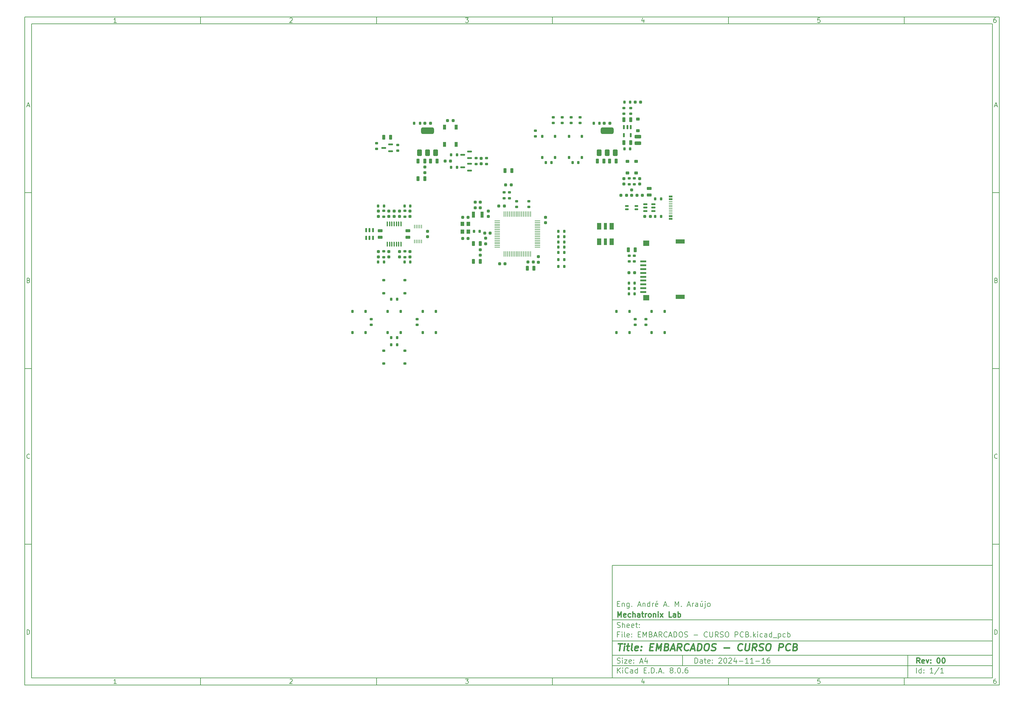
<source format=gbr>
%TF.GenerationSoftware,KiCad,Pcbnew,8.0.6*%
%TF.CreationDate,2024-11-24T17:50:58-03:00*%
%TF.ProjectId,EMBARCADOS - CURSO PCB,454d4241-5243-4414-944f-53202d204355,00*%
%TF.SameCoordinates,Original*%
%TF.FileFunction,Paste,Top*%
%TF.FilePolarity,Positive*%
%FSLAX46Y46*%
G04 Gerber Fmt 4.6, Leading zero omitted, Abs format (unit mm)*
G04 Created by KiCad (PCBNEW 8.0.6) date 2024-11-24 17:50:58*
%MOMM*%
%LPD*%
G01*
G04 APERTURE LIST*
G04 Aperture macros list*
%AMRoundRect*
0 Rectangle with rounded corners*
0 $1 Rounding radius*
0 $2 $3 $4 $5 $6 $7 $8 $9 X,Y pos of 4 corners*
0 Add a 4 corners polygon primitive as box body*
4,1,4,$2,$3,$4,$5,$6,$7,$8,$9,$2,$3,0*
0 Add four circle primitives for the rounded corners*
1,1,$1+$1,$2,$3*
1,1,$1+$1,$4,$5*
1,1,$1+$1,$6,$7*
1,1,$1+$1,$8,$9*
0 Add four rect primitives between the rounded corners*
20,1,$1+$1,$2,$3,$4,$5,0*
20,1,$1+$1,$4,$5,$6,$7,0*
20,1,$1+$1,$6,$7,$8,$9,0*
20,1,$1+$1,$8,$9,$2,$3,0*%
G04 Aperture macros list end*
%ADD10C,0.100000*%
%ADD11C,0.150000*%
%ADD12C,0.300000*%
%ADD13C,0.400000*%
%ADD14R,1.800000X0.600000*%
%ADD15R,1.700000X1.600000*%
%ADD16R,2.500000X1.300000*%
%ADD17RoundRect,0.175000X0.250000X-0.175000X0.250000X0.175000X-0.250000X0.175000X-0.250000X-0.175000X0*%
%ADD18RoundRect,0.200000X0.225000X-0.200000X0.225000X0.200000X-0.225000X0.200000X-0.225000X-0.200000X0*%
%ADD19RoundRect,0.200000X-0.200000X-0.225000X0.200000X-0.225000X0.200000X0.225000X-0.200000X0.225000X0*%
%ADD20RoundRect,0.200000X-0.225000X0.200000X-0.225000X-0.200000X0.225000X-0.200000X0.225000X0.200000X0*%
%ADD21RoundRect,0.175000X0.175000X0.250000X-0.175000X0.250000X-0.175000X-0.250000X0.175000X-0.250000X0*%
%ADD22RoundRect,0.175000X-0.250000X0.175000X-0.250000X-0.175000X0.250000X-0.175000X0.250000X0.175000X0*%
%ADD23RoundRect,0.150000X0.300000X0.150000X-0.300000X0.150000X-0.300000X-0.150000X0.300000X-0.150000X0*%
%ADD24RoundRect,0.200000X-0.350000X0.200000X-0.350000X-0.200000X0.350000X-0.200000X0.350000X0.200000X0*%
%ADD25R,0.150000X1.000000*%
%ADD26RoundRect,0.225000X0.225000X0.450000X-0.225000X0.450000X-0.225000X-0.450000X0.225000X-0.450000X0*%
%ADD27RoundRect,0.175000X-0.175000X-0.250000X0.175000X-0.250000X0.175000X0.250000X-0.175000X0.250000X0*%
%ADD28R,1.140000X0.500000*%
%ADD29R,1.140000X0.200000*%
%ADD30RoundRect,0.350000X0.350000X-0.600000X0.350000X0.600000X-0.350000X0.600000X-0.350000X-0.600000X0*%
%ADD31RoundRect,0.475000X1.375000X-0.475000X1.375000X0.475000X-1.375000X0.475000X-1.375000X-0.475000X0*%
%ADD32RoundRect,0.150000X-0.150000X0.300000X-0.150000X-0.300000X0.150000X-0.300000X0.150000X0.300000X0*%
%ADD33RoundRect,0.150000X0.150000X-0.300000X0.150000X0.300000X-0.150000X0.300000X-0.150000X-0.300000X0*%
%ADD34RoundRect,0.200000X0.200000X0.225000X-0.200000X0.225000X-0.200000X-0.225000X0.200000X-0.225000X0*%
%ADD35RoundRect,0.250000X0.700000X-0.250000X0.700000X0.250000X-0.700000X0.250000X-0.700000X-0.250000X0*%
%ADD36RoundRect,0.225000X0.450000X-0.225000X0.450000X0.225000X-0.450000X0.225000X-0.450000X-0.225000X0*%
%ADD37RoundRect,0.150000X-0.300000X-0.150000X0.300000X-0.150000X0.300000X0.150000X-0.300000X0.150000X0*%
%ADD38RoundRect,0.193750X-0.231250X0.193750X-0.231250X-0.193750X0.231250X-0.193750X0.231250X0.193750X0*%
%ADD39RoundRect,0.050000X-0.675000X-0.050000X0.675000X-0.050000X0.675000X0.050000X-0.675000X0.050000X0*%
%ADD40RoundRect,0.050000X-0.050000X-0.675000X0.050000X-0.675000X0.050000X0.675000X-0.050000X0.675000X0*%
%ADD41RoundRect,0.125000X-0.125000X0.487500X-0.125000X-0.487500X0.125000X-0.487500X0.125000X0.487500X0*%
%ADD42RoundRect,0.193750X0.231250X-0.193750X0.231250X0.193750X-0.231250X0.193750X-0.231250X-0.193750X0*%
%ADD43RoundRect,0.125000X-0.487500X-0.125000X0.487500X-0.125000X0.487500X0.125000X-0.487500X0.125000X0*%
%ADD44RoundRect,0.125000X0.562500X0.125000X-0.562500X0.125000X-0.562500X-0.125000X0.562500X-0.125000X0*%
%ADD45RoundRect,0.193750X-0.193750X-0.231250X0.193750X-0.231250X0.193750X0.231250X-0.193750X0.231250X0*%
%ADD46R,1.300000X1.900000*%
%ADD47R,0.900000X1.900000*%
%ADD48RoundRect,0.125000X0.375000X0.125000X-0.375000X0.125000X-0.375000X-0.125000X0.375000X-0.125000X0*%
%ADD49RoundRect,0.193750X0.193750X0.231250X-0.193750X0.231250X-0.193750X-0.231250X0.193750X-0.231250X0*%
%ADD50RoundRect,0.225000X-0.450000X0.225000X-0.450000X-0.225000X0.450000X-0.225000X0.450000X0.225000X0*%
%ADD51RoundRect,0.080000X0.320000X-0.620000X0.320000X0.620000X-0.320000X0.620000X-0.320000X-0.620000X0*%
%ADD52R,1.100000X1.300000*%
%ADD53R,0.900000X1.700000*%
%ADD54RoundRect,0.225000X-0.225000X-0.450000X0.225000X-0.450000X0.225000X0.450000X-0.225000X0.450000X0*%
%ADD55RoundRect,0.075000X-0.075000X0.612500X-0.075000X-0.612500X0.075000X-0.612500X0.075000X0.612500X0*%
G04 APERTURE END LIST*
D10*
D11*
X177002200Y-166007200D02*
X285002200Y-166007200D01*
X285002200Y-198007200D01*
X177002200Y-198007200D01*
X177002200Y-166007200D01*
D10*
D11*
X10000000Y-10000000D02*
X287002200Y-10000000D01*
X287002200Y-200007200D01*
X10000000Y-200007200D01*
X10000000Y-10000000D01*
D10*
D11*
X12000000Y-12000000D02*
X285002200Y-12000000D01*
X285002200Y-198007200D01*
X12000000Y-198007200D01*
X12000000Y-12000000D01*
D10*
D11*
X60000000Y-12000000D02*
X60000000Y-10000000D01*
D10*
D11*
X110000000Y-12000000D02*
X110000000Y-10000000D01*
D10*
D11*
X160000000Y-12000000D02*
X160000000Y-10000000D01*
D10*
D11*
X210000000Y-12000000D02*
X210000000Y-10000000D01*
D10*
D11*
X260000000Y-12000000D02*
X260000000Y-10000000D01*
D10*
D11*
X36089160Y-11593604D02*
X35346303Y-11593604D01*
X35717731Y-11593604D02*
X35717731Y-10293604D01*
X35717731Y-10293604D02*
X35593922Y-10479319D01*
X35593922Y-10479319D02*
X35470112Y-10603128D01*
X35470112Y-10603128D02*
X35346303Y-10665033D01*
D10*
D11*
X85346303Y-10417414D02*
X85408207Y-10355509D01*
X85408207Y-10355509D02*
X85532017Y-10293604D01*
X85532017Y-10293604D02*
X85841541Y-10293604D01*
X85841541Y-10293604D02*
X85965350Y-10355509D01*
X85965350Y-10355509D02*
X86027255Y-10417414D01*
X86027255Y-10417414D02*
X86089160Y-10541223D01*
X86089160Y-10541223D02*
X86089160Y-10665033D01*
X86089160Y-10665033D02*
X86027255Y-10850747D01*
X86027255Y-10850747D02*
X85284398Y-11593604D01*
X85284398Y-11593604D02*
X86089160Y-11593604D01*
D10*
D11*
X135284398Y-10293604D02*
X136089160Y-10293604D01*
X136089160Y-10293604D02*
X135655826Y-10788842D01*
X135655826Y-10788842D02*
X135841541Y-10788842D01*
X135841541Y-10788842D02*
X135965350Y-10850747D01*
X135965350Y-10850747D02*
X136027255Y-10912652D01*
X136027255Y-10912652D02*
X136089160Y-11036461D01*
X136089160Y-11036461D02*
X136089160Y-11345985D01*
X136089160Y-11345985D02*
X136027255Y-11469795D01*
X136027255Y-11469795D02*
X135965350Y-11531700D01*
X135965350Y-11531700D02*
X135841541Y-11593604D01*
X135841541Y-11593604D02*
X135470112Y-11593604D01*
X135470112Y-11593604D02*
X135346303Y-11531700D01*
X135346303Y-11531700D02*
X135284398Y-11469795D01*
D10*
D11*
X185965350Y-10726938D02*
X185965350Y-11593604D01*
X185655826Y-10231700D02*
X185346303Y-11160271D01*
X185346303Y-11160271D02*
X186151064Y-11160271D01*
D10*
D11*
X236027255Y-10293604D02*
X235408207Y-10293604D01*
X235408207Y-10293604D02*
X235346303Y-10912652D01*
X235346303Y-10912652D02*
X235408207Y-10850747D01*
X235408207Y-10850747D02*
X235532017Y-10788842D01*
X235532017Y-10788842D02*
X235841541Y-10788842D01*
X235841541Y-10788842D02*
X235965350Y-10850747D01*
X235965350Y-10850747D02*
X236027255Y-10912652D01*
X236027255Y-10912652D02*
X236089160Y-11036461D01*
X236089160Y-11036461D02*
X236089160Y-11345985D01*
X236089160Y-11345985D02*
X236027255Y-11469795D01*
X236027255Y-11469795D02*
X235965350Y-11531700D01*
X235965350Y-11531700D02*
X235841541Y-11593604D01*
X235841541Y-11593604D02*
X235532017Y-11593604D01*
X235532017Y-11593604D02*
X235408207Y-11531700D01*
X235408207Y-11531700D02*
X235346303Y-11469795D01*
D10*
D11*
X285965350Y-10293604D02*
X285717731Y-10293604D01*
X285717731Y-10293604D02*
X285593922Y-10355509D01*
X285593922Y-10355509D02*
X285532017Y-10417414D01*
X285532017Y-10417414D02*
X285408207Y-10603128D01*
X285408207Y-10603128D02*
X285346303Y-10850747D01*
X285346303Y-10850747D02*
X285346303Y-11345985D01*
X285346303Y-11345985D02*
X285408207Y-11469795D01*
X285408207Y-11469795D02*
X285470112Y-11531700D01*
X285470112Y-11531700D02*
X285593922Y-11593604D01*
X285593922Y-11593604D02*
X285841541Y-11593604D01*
X285841541Y-11593604D02*
X285965350Y-11531700D01*
X285965350Y-11531700D02*
X286027255Y-11469795D01*
X286027255Y-11469795D02*
X286089160Y-11345985D01*
X286089160Y-11345985D02*
X286089160Y-11036461D01*
X286089160Y-11036461D02*
X286027255Y-10912652D01*
X286027255Y-10912652D02*
X285965350Y-10850747D01*
X285965350Y-10850747D02*
X285841541Y-10788842D01*
X285841541Y-10788842D02*
X285593922Y-10788842D01*
X285593922Y-10788842D02*
X285470112Y-10850747D01*
X285470112Y-10850747D02*
X285408207Y-10912652D01*
X285408207Y-10912652D02*
X285346303Y-11036461D01*
D10*
D11*
X60000000Y-198007200D02*
X60000000Y-200007200D01*
D10*
D11*
X110000000Y-198007200D02*
X110000000Y-200007200D01*
D10*
D11*
X160000000Y-198007200D02*
X160000000Y-200007200D01*
D10*
D11*
X210000000Y-198007200D02*
X210000000Y-200007200D01*
D10*
D11*
X260000000Y-198007200D02*
X260000000Y-200007200D01*
D10*
D11*
X36089160Y-199600804D02*
X35346303Y-199600804D01*
X35717731Y-199600804D02*
X35717731Y-198300804D01*
X35717731Y-198300804D02*
X35593922Y-198486519D01*
X35593922Y-198486519D02*
X35470112Y-198610328D01*
X35470112Y-198610328D02*
X35346303Y-198672233D01*
D10*
D11*
X85346303Y-198424614D02*
X85408207Y-198362709D01*
X85408207Y-198362709D02*
X85532017Y-198300804D01*
X85532017Y-198300804D02*
X85841541Y-198300804D01*
X85841541Y-198300804D02*
X85965350Y-198362709D01*
X85965350Y-198362709D02*
X86027255Y-198424614D01*
X86027255Y-198424614D02*
X86089160Y-198548423D01*
X86089160Y-198548423D02*
X86089160Y-198672233D01*
X86089160Y-198672233D02*
X86027255Y-198857947D01*
X86027255Y-198857947D02*
X85284398Y-199600804D01*
X85284398Y-199600804D02*
X86089160Y-199600804D01*
D10*
D11*
X135284398Y-198300804D02*
X136089160Y-198300804D01*
X136089160Y-198300804D02*
X135655826Y-198796042D01*
X135655826Y-198796042D02*
X135841541Y-198796042D01*
X135841541Y-198796042D02*
X135965350Y-198857947D01*
X135965350Y-198857947D02*
X136027255Y-198919852D01*
X136027255Y-198919852D02*
X136089160Y-199043661D01*
X136089160Y-199043661D02*
X136089160Y-199353185D01*
X136089160Y-199353185D02*
X136027255Y-199476995D01*
X136027255Y-199476995D02*
X135965350Y-199538900D01*
X135965350Y-199538900D02*
X135841541Y-199600804D01*
X135841541Y-199600804D02*
X135470112Y-199600804D01*
X135470112Y-199600804D02*
X135346303Y-199538900D01*
X135346303Y-199538900D02*
X135284398Y-199476995D01*
D10*
D11*
X185965350Y-198734138D02*
X185965350Y-199600804D01*
X185655826Y-198238900D02*
X185346303Y-199167471D01*
X185346303Y-199167471D02*
X186151064Y-199167471D01*
D10*
D11*
X236027255Y-198300804D02*
X235408207Y-198300804D01*
X235408207Y-198300804D02*
X235346303Y-198919852D01*
X235346303Y-198919852D02*
X235408207Y-198857947D01*
X235408207Y-198857947D02*
X235532017Y-198796042D01*
X235532017Y-198796042D02*
X235841541Y-198796042D01*
X235841541Y-198796042D02*
X235965350Y-198857947D01*
X235965350Y-198857947D02*
X236027255Y-198919852D01*
X236027255Y-198919852D02*
X236089160Y-199043661D01*
X236089160Y-199043661D02*
X236089160Y-199353185D01*
X236089160Y-199353185D02*
X236027255Y-199476995D01*
X236027255Y-199476995D02*
X235965350Y-199538900D01*
X235965350Y-199538900D02*
X235841541Y-199600804D01*
X235841541Y-199600804D02*
X235532017Y-199600804D01*
X235532017Y-199600804D02*
X235408207Y-199538900D01*
X235408207Y-199538900D02*
X235346303Y-199476995D01*
D10*
D11*
X285965350Y-198300804D02*
X285717731Y-198300804D01*
X285717731Y-198300804D02*
X285593922Y-198362709D01*
X285593922Y-198362709D02*
X285532017Y-198424614D01*
X285532017Y-198424614D02*
X285408207Y-198610328D01*
X285408207Y-198610328D02*
X285346303Y-198857947D01*
X285346303Y-198857947D02*
X285346303Y-199353185D01*
X285346303Y-199353185D02*
X285408207Y-199476995D01*
X285408207Y-199476995D02*
X285470112Y-199538900D01*
X285470112Y-199538900D02*
X285593922Y-199600804D01*
X285593922Y-199600804D02*
X285841541Y-199600804D01*
X285841541Y-199600804D02*
X285965350Y-199538900D01*
X285965350Y-199538900D02*
X286027255Y-199476995D01*
X286027255Y-199476995D02*
X286089160Y-199353185D01*
X286089160Y-199353185D02*
X286089160Y-199043661D01*
X286089160Y-199043661D02*
X286027255Y-198919852D01*
X286027255Y-198919852D02*
X285965350Y-198857947D01*
X285965350Y-198857947D02*
X285841541Y-198796042D01*
X285841541Y-198796042D02*
X285593922Y-198796042D01*
X285593922Y-198796042D02*
X285470112Y-198857947D01*
X285470112Y-198857947D02*
X285408207Y-198919852D01*
X285408207Y-198919852D02*
X285346303Y-199043661D01*
D10*
D11*
X10000000Y-60000000D02*
X12000000Y-60000000D01*
D10*
D11*
X10000000Y-110000000D02*
X12000000Y-110000000D01*
D10*
D11*
X10000000Y-160000000D02*
X12000000Y-160000000D01*
D10*
D11*
X10690476Y-35222176D02*
X11309523Y-35222176D01*
X10566666Y-35593604D02*
X10999999Y-34293604D01*
X10999999Y-34293604D02*
X11433333Y-35593604D01*
D10*
D11*
X11092857Y-84912652D02*
X11278571Y-84974557D01*
X11278571Y-84974557D02*
X11340476Y-85036461D01*
X11340476Y-85036461D02*
X11402380Y-85160271D01*
X11402380Y-85160271D02*
X11402380Y-85345985D01*
X11402380Y-85345985D02*
X11340476Y-85469795D01*
X11340476Y-85469795D02*
X11278571Y-85531700D01*
X11278571Y-85531700D02*
X11154761Y-85593604D01*
X11154761Y-85593604D02*
X10659523Y-85593604D01*
X10659523Y-85593604D02*
X10659523Y-84293604D01*
X10659523Y-84293604D02*
X11092857Y-84293604D01*
X11092857Y-84293604D02*
X11216666Y-84355509D01*
X11216666Y-84355509D02*
X11278571Y-84417414D01*
X11278571Y-84417414D02*
X11340476Y-84541223D01*
X11340476Y-84541223D02*
X11340476Y-84665033D01*
X11340476Y-84665033D02*
X11278571Y-84788842D01*
X11278571Y-84788842D02*
X11216666Y-84850747D01*
X11216666Y-84850747D02*
X11092857Y-84912652D01*
X11092857Y-84912652D02*
X10659523Y-84912652D01*
D10*
D11*
X11402380Y-135469795D02*
X11340476Y-135531700D01*
X11340476Y-135531700D02*
X11154761Y-135593604D01*
X11154761Y-135593604D02*
X11030952Y-135593604D01*
X11030952Y-135593604D02*
X10845238Y-135531700D01*
X10845238Y-135531700D02*
X10721428Y-135407890D01*
X10721428Y-135407890D02*
X10659523Y-135284080D01*
X10659523Y-135284080D02*
X10597619Y-135036461D01*
X10597619Y-135036461D02*
X10597619Y-134850747D01*
X10597619Y-134850747D02*
X10659523Y-134603128D01*
X10659523Y-134603128D02*
X10721428Y-134479319D01*
X10721428Y-134479319D02*
X10845238Y-134355509D01*
X10845238Y-134355509D02*
X11030952Y-134293604D01*
X11030952Y-134293604D02*
X11154761Y-134293604D01*
X11154761Y-134293604D02*
X11340476Y-134355509D01*
X11340476Y-134355509D02*
X11402380Y-134417414D01*
D10*
D11*
X10659523Y-185593604D02*
X10659523Y-184293604D01*
X10659523Y-184293604D02*
X10969047Y-184293604D01*
X10969047Y-184293604D02*
X11154761Y-184355509D01*
X11154761Y-184355509D02*
X11278571Y-184479319D01*
X11278571Y-184479319D02*
X11340476Y-184603128D01*
X11340476Y-184603128D02*
X11402380Y-184850747D01*
X11402380Y-184850747D02*
X11402380Y-185036461D01*
X11402380Y-185036461D02*
X11340476Y-185284080D01*
X11340476Y-185284080D02*
X11278571Y-185407890D01*
X11278571Y-185407890D02*
X11154761Y-185531700D01*
X11154761Y-185531700D02*
X10969047Y-185593604D01*
X10969047Y-185593604D02*
X10659523Y-185593604D01*
D10*
D11*
X287002200Y-60000000D02*
X285002200Y-60000000D01*
D10*
D11*
X287002200Y-110000000D02*
X285002200Y-110000000D01*
D10*
D11*
X287002200Y-160000000D02*
X285002200Y-160000000D01*
D10*
D11*
X285692676Y-35222176D02*
X286311723Y-35222176D01*
X285568866Y-35593604D02*
X286002199Y-34293604D01*
X286002199Y-34293604D02*
X286435533Y-35593604D01*
D10*
D11*
X286095057Y-84912652D02*
X286280771Y-84974557D01*
X286280771Y-84974557D02*
X286342676Y-85036461D01*
X286342676Y-85036461D02*
X286404580Y-85160271D01*
X286404580Y-85160271D02*
X286404580Y-85345985D01*
X286404580Y-85345985D02*
X286342676Y-85469795D01*
X286342676Y-85469795D02*
X286280771Y-85531700D01*
X286280771Y-85531700D02*
X286156961Y-85593604D01*
X286156961Y-85593604D02*
X285661723Y-85593604D01*
X285661723Y-85593604D02*
X285661723Y-84293604D01*
X285661723Y-84293604D02*
X286095057Y-84293604D01*
X286095057Y-84293604D02*
X286218866Y-84355509D01*
X286218866Y-84355509D02*
X286280771Y-84417414D01*
X286280771Y-84417414D02*
X286342676Y-84541223D01*
X286342676Y-84541223D02*
X286342676Y-84665033D01*
X286342676Y-84665033D02*
X286280771Y-84788842D01*
X286280771Y-84788842D02*
X286218866Y-84850747D01*
X286218866Y-84850747D02*
X286095057Y-84912652D01*
X286095057Y-84912652D02*
X285661723Y-84912652D01*
D10*
D11*
X286404580Y-135469795D02*
X286342676Y-135531700D01*
X286342676Y-135531700D02*
X286156961Y-135593604D01*
X286156961Y-135593604D02*
X286033152Y-135593604D01*
X286033152Y-135593604D02*
X285847438Y-135531700D01*
X285847438Y-135531700D02*
X285723628Y-135407890D01*
X285723628Y-135407890D02*
X285661723Y-135284080D01*
X285661723Y-135284080D02*
X285599819Y-135036461D01*
X285599819Y-135036461D02*
X285599819Y-134850747D01*
X285599819Y-134850747D02*
X285661723Y-134603128D01*
X285661723Y-134603128D02*
X285723628Y-134479319D01*
X285723628Y-134479319D02*
X285847438Y-134355509D01*
X285847438Y-134355509D02*
X286033152Y-134293604D01*
X286033152Y-134293604D02*
X286156961Y-134293604D01*
X286156961Y-134293604D02*
X286342676Y-134355509D01*
X286342676Y-134355509D02*
X286404580Y-134417414D01*
D10*
D11*
X285661723Y-185593604D02*
X285661723Y-184293604D01*
X285661723Y-184293604D02*
X285971247Y-184293604D01*
X285971247Y-184293604D02*
X286156961Y-184355509D01*
X286156961Y-184355509D02*
X286280771Y-184479319D01*
X286280771Y-184479319D02*
X286342676Y-184603128D01*
X286342676Y-184603128D02*
X286404580Y-184850747D01*
X286404580Y-184850747D02*
X286404580Y-185036461D01*
X286404580Y-185036461D02*
X286342676Y-185284080D01*
X286342676Y-185284080D02*
X286280771Y-185407890D01*
X286280771Y-185407890D02*
X286156961Y-185531700D01*
X286156961Y-185531700D02*
X285971247Y-185593604D01*
X285971247Y-185593604D02*
X285661723Y-185593604D01*
D10*
D11*
X200458026Y-193793328D02*
X200458026Y-192293328D01*
X200458026Y-192293328D02*
X200815169Y-192293328D01*
X200815169Y-192293328D02*
X201029455Y-192364757D01*
X201029455Y-192364757D02*
X201172312Y-192507614D01*
X201172312Y-192507614D02*
X201243741Y-192650471D01*
X201243741Y-192650471D02*
X201315169Y-192936185D01*
X201315169Y-192936185D02*
X201315169Y-193150471D01*
X201315169Y-193150471D02*
X201243741Y-193436185D01*
X201243741Y-193436185D02*
X201172312Y-193579042D01*
X201172312Y-193579042D02*
X201029455Y-193721900D01*
X201029455Y-193721900D02*
X200815169Y-193793328D01*
X200815169Y-193793328D02*
X200458026Y-193793328D01*
X202600884Y-193793328D02*
X202600884Y-193007614D01*
X202600884Y-193007614D02*
X202529455Y-192864757D01*
X202529455Y-192864757D02*
X202386598Y-192793328D01*
X202386598Y-192793328D02*
X202100884Y-192793328D01*
X202100884Y-192793328D02*
X201958026Y-192864757D01*
X202600884Y-193721900D02*
X202458026Y-193793328D01*
X202458026Y-193793328D02*
X202100884Y-193793328D01*
X202100884Y-193793328D02*
X201958026Y-193721900D01*
X201958026Y-193721900D02*
X201886598Y-193579042D01*
X201886598Y-193579042D02*
X201886598Y-193436185D01*
X201886598Y-193436185D02*
X201958026Y-193293328D01*
X201958026Y-193293328D02*
X202100884Y-193221900D01*
X202100884Y-193221900D02*
X202458026Y-193221900D01*
X202458026Y-193221900D02*
X202600884Y-193150471D01*
X203100884Y-192793328D02*
X203672312Y-192793328D01*
X203315169Y-192293328D02*
X203315169Y-193579042D01*
X203315169Y-193579042D02*
X203386598Y-193721900D01*
X203386598Y-193721900D02*
X203529455Y-193793328D01*
X203529455Y-193793328D02*
X203672312Y-193793328D01*
X204743741Y-193721900D02*
X204600884Y-193793328D01*
X204600884Y-193793328D02*
X204315170Y-193793328D01*
X204315170Y-193793328D02*
X204172312Y-193721900D01*
X204172312Y-193721900D02*
X204100884Y-193579042D01*
X204100884Y-193579042D02*
X204100884Y-193007614D01*
X204100884Y-193007614D02*
X204172312Y-192864757D01*
X204172312Y-192864757D02*
X204315170Y-192793328D01*
X204315170Y-192793328D02*
X204600884Y-192793328D01*
X204600884Y-192793328D02*
X204743741Y-192864757D01*
X204743741Y-192864757D02*
X204815170Y-193007614D01*
X204815170Y-193007614D02*
X204815170Y-193150471D01*
X204815170Y-193150471D02*
X204100884Y-193293328D01*
X205458026Y-193650471D02*
X205529455Y-193721900D01*
X205529455Y-193721900D02*
X205458026Y-193793328D01*
X205458026Y-193793328D02*
X205386598Y-193721900D01*
X205386598Y-193721900D02*
X205458026Y-193650471D01*
X205458026Y-193650471D02*
X205458026Y-193793328D01*
X205458026Y-192864757D02*
X205529455Y-192936185D01*
X205529455Y-192936185D02*
X205458026Y-193007614D01*
X205458026Y-193007614D02*
X205386598Y-192936185D01*
X205386598Y-192936185D02*
X205458026Y-192864757D01*
X205458026Y-192864757D02*
X205458026Y-193007614D01*
X207243741Y-192436185D02*
X207315169Y-192364757D01*
X207315169Y-192364757D02*
X207458027Y-192293328D01*
X207458027Y-192293328D02*
X207815169Y-192293328D01*
X207815169Y-192293328D02*
X207958027Y-192364757D01*
X207958027Y-192364757D02*
X208029455Y-192436185D01*
X208029455Y-192436185D02*
X208100884Y-192579042D01*
X208100884Y-192579042D02*
X208100884Y-192721900D01*
X208100884Y-192721900D02*
X208029455Y-192936185D01*
X208029455Y-192936185D02*
X207172312Y-193793328D01*
X207172312Y-193793328D02*
X208100884Y-193793328D01*
X209029455Y-192293328D02*
X209172312Y-192293328D01*
X209172312Y-192293328D02*
X209315169Y-192364757D01*
X209315169Y-192364757D02*
X209386598Y-192436185D01*
X209386598Y-192436185D02*
X209458026Y-192579042D01*
X209458026Y-192579042D02*
X209529455Y-192864757D01*
X209529455Y-192864757D02*
X209529455Y-193221900D01*
X209529455Y-193221900D02*
X209458026Y-193507614D01*
X209458026Y-193507614D02*
X209386598Y-193650471D01*
X209386598Y-193650471D02*
X209315169Y-193721900D01*
X209315169Y-193721900D02*
X209172312Y-193793328D01*
X209172312Y-193793328D02*
X209029455Y-193793328D01*
X209029455Y-193793328D02*
X208886598Y-193721900D01*
X208886598Y-193721900D02*
X208815169Y-193650471D01*
X208815169Y-193650471D02*
X208743740Y-193507614D01*
X208743740Y-193507614D02*
X208672312Y-193221900D01*
X208672312Y-193221900D02*
X208672312Y-192864757D01*
X208672312Y-192864757D02*
X208743740Y-192579042D01*
X208743740Y-192579042D02*
X208815169Y-192436185D01*
X208815169Y-192436185D02*
X208886598Y-192364757D01*
X208886598Y-192364757D02*
X209029455Y-192293328D01*
X210100883Y-192436185D02*
X210172311Y-192364757D01*
X210172311Y-192364757D02*
X210315169Y-192293328D01*
X210315169Y-192293328D02*
X210672311Y-192293328D01*
X210672311Y-192293328D02*
X210815169Y-192364757D01*
X210815169Y-192364757D02*
X210886597Y-192436185D01*
X210886597Y-192436185D02*
X210958026Y-192579042D01*
X210958026Y-192579042D02*
X210958026Y-192721900D01*
X210958026Y-192721900D02*
X210886597Y-192936185D01*
X210886597Y-192936185D02*
X210029454Y-193793328D01*
X210029454Y-193793328D02*
X210958026Y-193793328D01*
X212243740Y-192793328D02*
X212243740Y-193793328D01*
X211886597Y-192221900D02*
X211529454Y-193293328D01*
X211529454Y-193293328D02*
X212458025Y-193293328D01*
X213029453Y-193221900D02*
X214172311Y-193221900D01*
X215672311Y-193793328D02*
X214815168Y-193793328D01*
X215243739Y-193793328D02*
X215243739Y-192293328D01*
X215243739Y-192293328D02*
X215100882Y-192507614D01*
X215100882Y-192507614D02*
X214958025Y-192650471D01*
X214958025Y-192650471D02*
X214815168Y-192721900D01*
X217100882Y-193793328D02*
X216243739Y-193793328D01*
X216672310Y-193793328D02*
X216672310Y-192293328D01*
X216672310Y-192293328D02*
X216529453Y-192507614D01*
X216529453Y-192507614D02*
X216386596Y-192650471D01*
X216386596Y-192650471D02*
X216243739Y-192721900D01*
X217743738Y-193221900D02*
X218886596Y-193221900D01*
X220386596Y-193793328D02*
X219529453Y-193793328D01*
X219958024Y-193793328D02*
X219958024Y-192293328D01*
X219958024Y-192293328D02*
X219815167Y-192507614D01*
X219815167Y-192507614D02*
X219672310Y-192650471D01*
X219672310Y-192650471D02*
X219529453Y-192721900D01*
X221672310Y-192293328D02*
X221386595Y-192293328D01*
X221386595Y-192293328D02*
X221243738Y-192364757D01*
X221243738Y-192364757D02*
X221172310Y-192436185D01*
X221172310Y-192436185D02*
X221029452Y-192650471D01*
X221029452Y-192650471D02*
X220958024Y-192936185D01*
X220958024Y-192936185D02*
X220958024Y-193507614D01*
X220958024Y-193507614D02*
X221029452Y-193650471D01*
X221029452Y-193650471D02*
X221100881Y-193721900D01*
X221100881Y-193721900D02*
X221243738Y-193793328D01*
X221243738Y-193793328D02*
X221529452Y-193793328D01*
X221529452Y-193793328D02*
X221672310Y-193721900D01*
X221672310Y-193721900D02*
X221743738Y-193650471D01*
X221743738Y-193650471D02*
X221815167Y-193507614D01*
X221815167Y-193507614D02*
X221815167Y-193150471D01*
X221815167Y-193150471D02*
X221743738Y-193007614D01*
X221743738Y-193007614D02*
X221672310Y-192936185D01*
X221672310Y-192936185D02*
X221529452Y-192864757D01*
X221529452Y-192864757D02*
X221243738Y-192864757D01*
X221243738Y-192864757D02*
X221100881Y-192936185D01*
X221100881Y-192936185D02*
X221029452Y-193007614D01*
X221029452Y-193007614D02*
X220958024Y-193150471D01*
D10*
D11*
X177002200Y-194507200D02*
X285002200Y-194507200D01*
D10*
D11*
X178458026Y-196593328D02*
X178458026Y-195093328D01*
X179315169Y-196593328D02*
X178672312Y-195736185D01*
X179315169Y-195093328D02*
X178458026Y-195950471D01*
X179958026Y-196593328D02*
X179958026Y-195593328D01*
X179958026Y-195093328D02*
X179886598Y-195164757D01*
X179886598Y-195164757D02*
X179958026Y-195236185D01*
X179958026Y-195236185D02*
X180029455Y-195164757D01*
X180029455Y-195164757D02*
X179958026Y-195093328D01*
X179958026Y-195093328D02*
X179958026Y-195236185D01*
X181529455Y-196450471D02*
X181458027Y-196521900D01*
X181458027Y-196521900D02*
X181243741Y-196593328D01*
X181243741Y-196593328D02*
X181100884Y-196593328D01*
X181100884Y-196593328D02*
X180886598Y-196521900D01*
X180886598Y-196521900D02*
X180743741Y-196379042D01*
X180743741Y-196379042D02*
X180672312Y-196236185D01*
X180672312Y-196236185D02*
X180600884Y-195950471D01*
X180600884Y-195950471D02*
X180600884Y-195736185D01*
X180600884Y-195736185D02*
X180672312Y-195450471D01*
X180672312Y-195450471D02*
X180743741Y-195307614D01*
X180743741Y-195307614D02*
X180886598Y-195164757D01*
X180886598Y-195164757D02*
X181100884Y-195093328D01*
X181100884Y-195093328D02*
X181243741Y-195093328D01*
X181243741Y-195093328D02*
X181458027Y-195164757D01*
X181458027Y-195164757D02*
X181529455Y-195236185D01*
X182815170Y-196593328D02*
X182815170Y-195807614D01*
X182815170Y-195807614D02*
X182743741Y-195664757D01*
X182743741Y-195664757D02*
X182600884Y-195593328D01*
X182600884Y-195593328D02*
X182315170Y-195593328D01*
X182315170Y-195593328D02*
X182172312Y-195664757D01*
X182815170Y-196521900D02*
X182672312Y-196593328D01*
X182672312Y-196593328D02*
X182315170Y-196593328D01*
X182315170Y-196593328D02*
X182172312Y-196521900D01*
X182172312Y-196521900D02*
X182100884Y-196379042D01*
X182100884Y-196379042D02*
X182100884Y-196236185D01*
X182100884Y-196236185D02*
X182172312Y-196093328D01*
X182172312Y-196093328D02*
X182315170Y-196021900D01*
X182315170Y-196021900D02*
X182672312Y-196021900D01*
X182672312Y-196021900D02*
X182815170Y-195950471D01*
X184172313Y-196593328D02*
X184172313Y-195093328D01*
X184172313Y-196521900D02*
X184029455Y-196593328D01*
X184029455Y-196593328D02*
X183743741Y-196593328D01*
X183743741Y-196593328D02*
X183600884Y-196521900D01*
X183600884Y-196521900D02*
X183529455Y-196450471D01*
X183529455Y-196450471D02*
X183458027Y-196307614D01*
X183458027Y-196307614D02*
X183458027Y-195879042D01*
X183458027Y-195879042D02*
X183529455Y-195736185D01*
X183529455Y-195736185D02*
X183600884Y-195664757D01*
X183600884Y-195664757D02*
X183743741Y-195593328D01*
X183743741Y-195593328D02*
X184029455Y-195593328D01*
X184029455Y-195593328D02*
X184172313Y-195664757D01*
X186029455Y-195807614D02*
X186529455Y-195807614D01*
X186743741Y-196593328D02*
X186029455Y-196593328D01*
X186029455Y-196593328D02*
X186029455Y-195093328D01*
X186029455Y-195093328D02*
X186743741Y-195093328D01*
X187386598Y-196450471D02*
X187458027Y-196521900D01*
X187458027Y-196521900D02*
X187386598Y-196593328D01*
X187386598Y-196593328D02*
X187315170Y-196521900D01*
X187315170Y-196521900D02*
X187386598Y-196450471D01*
X187386598Y-196450471D02*
X187386598Y-196593328D01*
X188100884Y-196593328D02*
X188100884Y-195093328D01*
X188100884Y-195093328D02*
X188458027Y-195093328D01*
X188458027Y-195093328D02*
X188672313Y-195164757D01*
X188672313Y-195164757D02*
X188815170Y-195307614D01*
X188815170Y-195307614D02*
X188886599Y-195450471D01*
X188886599Y-195450471D02*
X188958027Y-195736185D01*
X188958027Y-195736185D02*
X188958027Y-195950471D01*
X188958027Y-195950471D02*
X188886599Y-196236185D01*
X188886599Y-196236185D02*
X188815170Y-196379042D01*
X188815170Y-196379042D02*
X188672313Y-196521900D01*
X188672313Y-196521900D02*
X188458027Y-196593328D01*
X188458027Y-196593328D02*
X188100884Y-196593328D01*
X189600884Y-196450471D02*
X189672313Y-196521900D01*
X189672313Y-196521900D02*
X189600884Y-196593328D01*
X189600884Y-196593328D02*
X189529456Y-196521900D01*
X189529456Y-196521900D02*
X189600884Y-196450471D01*
X189600884Y-196450471D02*
X189600884Y-196593328D01*
X190243742Y-196164757D02*
X190958028Y-196164757D01*
X190100885Y-196593328D02*
X190600885Y-195093328D01*
X190600885Y-195093328D02*
X191100885Y-196593328D01*
X191600884Y-196450471D02*
X191672313Y-196521900D01*
X191672313Y-196521900D02*
X191600884Y-196593328D01*
X191600884Y-196593328D02*
X191529456Y-196521900D01*
X191529456Y-196521900D02*
X191600884Y-196450471D01*
X191600884Y-196450471D02*
X191600884Y-196593328D01*
X193672313Y-195736185D02*
X193529456Y-195664757D01*
X193529456Y-195664757D02*
X193458027Y-195593328D01*
X193458027Y-195593328D02*
X193386599Y-195450471D01*
X193386599Y-195450471D02*
X193386599Y-195379042D01*
X193386599Y-195379042D02*
X193458027Y-195236185D01*
X193458027Y-195236185D02*
X193529456Y-195164757D01*
X193529456Y-195164757D02*
X193672313Y-195093328D01*
X193672313Y-195093328D02*
X193958027Y-195093328D01*
X193958027Y-195093328D02*
X194100885Y-195164757D01*
X194100885Y-195164757D02*
X194172313Y-195236185D01*
X194172313Y-195236185D02*
X194243742Y-195379042D01*
X194243742Y-195379042D02*
X194243742Y-195450471D01*
X194243742Y-195450471D02*
X194172313Y-195593328D01*
X194172313Y-195593328D02*
X194100885Y-195664757D01*
X194100885Y-195664757D02*
X193958027Y-195736185D01*
X193958027Y-195736185D02*
X193672313Y-195736185D01*
X193672313Y-195736185D02*
X193529456Y-195807614D01*
X193529456Y-195807614D02*
X193458027Y-195879042D01*
X193458027Y-195879042D02*
X193386599Y-196021900D01*
X193386599Y-196021900D02*
X193386599Y-196307614D01*
X193386599Y-196307614D02*
X193458027Y-196450471D01*
X193458027Y-196450471D02*
X193529456Y-196521900D01*
X193529456Y-196521900D02*
X193672313Y-196593328D01*
X193672313Y-196593328D02*
X193958027Y-196593328D01*
X193958027Y-196593328D02*
X194100885Y-196521900D01*
X194100885Y-196521900D02*
X194172313Y-196450471D01*
X194172313Y-196450471D02*
X194243742Y-196307614D01*
X194243742Y-196307614D02*
X194243742Y-196021900D01*
X194243742Y-196021900D02*
X194172313Y-195879042D01*
X194172313Y-195879042D02*
X194100885Y-195807614D01*
X194100885Y-195807614D02*
X193958027Y-195736185D01*
X194886598Y-196450471D02*
X194958027Y-196521900D01*
X194958027Y-196521900D02*
X194886598Y-196593328D01*
X194886598Y-196593328D02*
X194815170Y-196521900D01*
X194815170Y-196521900D02*
X194886598Y-196450471D01*
X194886598Y-196450471D02*
X194886598Y-196593328D01*
X195886599Y-195093328D02*
X196029456Y-195093328D01*
X196029456Y-195093328D02*
X196172313Y-195164757D01*
X196172313Y-195164757D02*
X196243742Y-195236185D01*
X196243742Y-195236185D02*
X196315170Y-195379042D01*
X196315170Y-195379042D02*
X196386599Y-195664757D01*
X196386599Y-195664757D02*
X196386599Y-196021900D01*
X196386599Y-196021900D02*
X196315170Y-196307614D01*
X196315170Y-196307614D02*
X196243742Y-196450471D01*
X196243742Y-196450471D02*
X196172313Y-196521900D01*
X196172313Y-196521900D02*
X196029456Y-196593328D01*
X196029456Y-196593328D02*
X195886599Y-196593328D01*
X195886599Y-196593328D02*
X195743742Y-196521900D01*
X195743742Y-196521900D02*
X195672313Y-196450471D01*
X195672313Y-196450471D02*
X195600884Y-196307614D01*
X195600884Y-196307614D02*
X195529456Y-196021900D01*
X195529456Y-196021900D02*
X195529456Y-195664757D01*
X195529456Y-195664757D02*
X195600884Y-195379042D01*
X195600884Y-195379042D02*
X195672313Y-195236185D01*
X195672313Y-195236185D02*
X195743742Y-195164757D01*
X195743742Y-195164757D02*
X195886599Y-195093328D01*
X197029455Y-196450471D02*
X197100884Y-196521900D01*
X197100884Y-196521900D02*
X197029455Y-196593328D01*
X197029455Y-196593328D02*
X196958027Y-196521900D01*
X196958027Y-196521900D02*
X197029455Y-196450471D01*
X197029455Y-196450471D02*
X197029455Y-196593328D01*
X198386599Y-195093328D02*
X198100884Y-195093328D01*
X198100884Y-195093328D02*
X197958027Y-195164757D01*
X197958027Y-195164757D02*
X197886599Y-195236185D01*
X197886599Y-195236185D02*
X197743741Y-195450471D01*
X197743741Y-195450471D02*
X197672313Y-195736185D01*
X197672313Y-195736185D02*
X197672313Y-196307614D01*
X197672313Y-196307614D02*
X197743741Y-196450471D01*
X197743741Y-196450471D02*
X197815170Y-196521900D01*
X197815170Y-196521900D02*
X197958027Y-196593328D01*
X197958027Y-196593328D02*
X198243741Y-196593328D01*
X198243741Y-196593328D02*
X198386599Y-196521900D01*
X198386599Y-196521900D02*
X198458027Y-196450471D01*
X198458027Y-196450471D02*
X198529456Y-196307614D01*
X198529456Y-196307614D02*
X198529456Y-195950471D01*
X198529456Y-195950471D02*
X198458027Y-195807614D01*
X198458027Y-195807614D02*
X198386599Y-195736185D01*
X198386599Y-195736185D02*
X198243741Y-195664757D01*
X198243741Y-195664757D02*
X197958027Y-195664757D01*
X197958027Y-195664757D02*
X197815170Y-195736185D01*
X197815170Y-195736185D02*
X197743741Y-195807614D01*
X197743741Y-195807614D02*
X197672313Y-195950471D01*
D10*
D11*
X177002200Y-191507200D02*
X285002200Y-191507200D01*
D10*
D12*
X264413853Y-193785528D02*
X263913853Y-193071242D01*
X263556710Y-193785528D02*
X263556710Y-192285528D01*
X263556710Y-192285528D02*
X264128139Y-192285528D01*
X264128139Y-192285528D02*
X264270996Y-192356957D01*
X264270996Y-192356957D02*
X264342425Y-192428385D01*
X264342425Y-192428385D02*
X264413853Y-192571242D01*
X264413853Y-192571242D02*
X264413853Y-192785528D01*
X264413853Y-192785528D02*
X264342425Y-192928385D01*
X264342425Y-192928385D02*
X264270996Y-192999814D01*
X264270996Y-192999814D02*
X264128139Y-193071242D01*
X264128139Y-193071242D02*
X263556710Y-193071242D01*
X265628139Y-193714100D02*
X265485282Y-193785528D01*
X265485282Y-193785528D02*
X265199568Y-193785528D01*
X265199568Y-193785528D02*
X265056710Y-193714100D01*
X265056710Y-193714100D02*
X264985282Y-193571242D01*
X264985282Y-193571242D02*
X264985282Y-192999814D01*
X264985282Y-192999814D02*
X265056710Y-192856957D01*
X265056710Y-192856957D02*
X265199568Y-192785528D01*
X265199568Y-192785528D02*
X265485282Y-192785528D01*
X265485282Y-192785528D02*
X265628139Y-192856957D01*
X265628139Y-192856957D02*
X265699568Y-192999814D01*
X265699568Y-192999814D02*
X265699568Y-193142671D01*
X265699568Y-193142671D02*
X264985282Y-193285528D01*
X266199567Y-192785528D02*
X266556710Y-193785528D01*
X266556710Y-193785528D02*
X266913853Y-192785528D01*
X267485281Y-193642671D02*
X267556710Y-193714100D01*
X267556710Y-193714100D02*
X267485281Y-193785528D01*
X267485281Y-193785528D02*
X267413853Y-193714100D01*
X267413853Y-193714100D02*
X267485281Y-193642671D01*
X267485281Y-193642671D02*
X267485281Y-193785528D01*
X267485281Y-192856957D02*
X267556710Y-192928385D01*
X267556710Y-192928385D02*
X267485281Y-192999814D01*
X267485281Y-192999814D02*
X267413853Y-192928385D01*
X267413853Y-192928385D02*
X267485281Y-192856957D01*
X267485281Y-192856957D02*
X267485281Y-192999814D01*
X269628139Y-192285528D02*
X269770996Y-192285528D01*
X269770996Y-192285528D02*
X269913853Y-192356957D01*
X269913853Y-192356957D02*
X269985282Y-192428385D01*
X269985282Y-192428385D02*
X270056710Y-192571242D01*
X270056710Y-192571242D02*
X270128139Y-192856957D01*
X270128139Y-192856957D02*
X270128139Y-193214100D01*
X270128139Y-193214100D02*
X270056710Y-193499814D01*
X270056710Y-193499814D02*
X269985282Y-193642671D01*
X269985282Y-193642671D02*
X269913853Y-193714100D01*
X269913853Y-193714100D02*
X269770996Y-193785528D01*
X269770996Y-193785528D02*
X269628139Y-193785528D01*
X269628139Y-193785528D02*
X269485282Y-193714100D01*
X269485282Y-193714100D02*
X269413853Y-193642671D01*
X269413853Y-193642671D02*
X269342424Y-193499814D01*
X269342424Y-193499814D02*
X269270996Y-193214100D01*
X269270996Y-193214100D02*
X269270996Y-192856957D01*
X269270996Y-192856957D02*
X269342424Y-192571242D01*
X269342424Y-192571242D02*
X269413853Y-192428385D01*
X269413853Y-192428385D02*
X269485282Y-192356957D01*
X269485282Y-192356957D02*
X269628139Y-192285528D01*
X271056710Y-192285528D02*
X271199567Y-192285528D01*
X271199567Y-192285528D02*
X271342424Y-192356957D01*
X271342424Y-192356957D02*
X271413853Y-192428385D01*
X271413853Y-192428385D02*
X271485281Y-192571242D01*
X271485281Y-192571242D02*
X271556710Y-192856957D01*
X271556710Y-192856957D02*
X271556710Y-193214100D01*
X271556710Y-193214100D02*
X271485281Y-193499814D01*
X271485281Y-193499814D02*
X271413853Y-193642671D01*
X271413853Y-193642671D02*
X271342424Y-193714100D01*
X271342424Y-193714100D02*
X271199567Y-193785528D01*
X271199567Y-193785528D02*
X271056710Y-193785528D01*
X271056710Y-193785528D02*
X270913853Y-193714100D01*
X270913853Y-193714100D02*
X270842424Y-193642671D01*
X270842424Y-193642671D02*
X270770995Y-193499814D01*
X270770995Y-193499814D02*
X270699567Y-193214100D01*
X270699567Y-193214100D02*
X270699567Y-192856957D01*
X270699567Y-192856957D02*
X270770995Y-192571242D01*
X270770995Y-192571242D02*
X270842424Y-192428385D01*
X270842424Y-192428385D02*
X270913853Y-192356957D01*
X270913853Y-192356957D02*
X271056710Y-192285528D01*
D10*
D11*
X178386598Y-193721900D02*
X178600884Y-193793328D01*
X178600884Y-193793328D02*
X178958026Y-193793328D01*
X178958026Y-193793328D02*
X179100884Y-193721900D01*
X179100884Y-193721900D02*
X179172312Y-193650471D01*
X179172312Y-193650471D02*
X179243741Y-193507614D01*
X179243741Y-193507614D02*
X179243741Y-193364757D01*
X179243741Y-193364757D02*
X179172312Y-193221900D01*
X179172312Y-193221900D02*
X179100884Y-193150471D01*
X179100884Y-193150471D02*
X178958026Y-193079042D01*
X178958026Y-193079042D02*
X178672312Y-193007614D01*
X178672312Y-193007614D02*
X178529455Y-192936185D01*
X178529455Y-192936185D02*
X178458026Y-192864757D01*
X178458026Y-192864757D02*
X178386598Y-192721900D01*
X178386598Y-192721900D02*
X178386598Y-192579042D01*
X178386598Y-192579042D02*
X178458026Y-192436185D01*
X178458026Y-192436185D02*
X178529455Y-192364757D01*
X178529455Y-192364757D02*
X178672312Y-192293328D01*
X178672312Y-192293328D02*
X179029455Y-192293328D01*
X179029455Y-192293328D02*
X179243741Y-192364757D01*
X179886597Y-193793328D02*
X179886597Y-192793328D01*
X179886597Y-192293328D02*
X179815169Y-192364757D01*
X179815169Y-192364757D02*
X179886597Y-192436185D01*
X179886597Y-192436185D02*
X179958026Y-192364757D01*
X179958026Y-192364757D02*
X179886597Y-192293328D01*
X179886597Y-192293328D02*
X179886597Y-192436185D01*
X180458026Y-192793328D02*
X181243741Y-192793328D01*
X181243741Y-192793328D02*
X180458026Y-193793328D01*
X180458026Y-193793328D02*
X181243741Y-193793328D01*
X182386598Y-193721900D02*
X182243741Y-193793328D01*
X182243741Y-193793328D02*
X181958027Y-193793328D01*
X181958027Y-193793328D02*
X181815169Y-193721900D01*
X181815169Y-193721900D02*
X181743741Y-193579042D01*
X181743741Y-193579042D02*
X181743741Y-193007614D01*
X181743741Y-193007614D02*
X181815169Y-192864757D01*
X181815169Y-192864757D02*
X181958027Y-192793328D01*
X181958027Y-192793328D02*
X182243741Y-192793328D01*
X182243741Y-192793328D02*
X182386598Y-192864757D01*
X182386598Y-192864757D02*
X182458027Y-193007614D01*
X182458027Y-193007614D02*
X182458027Y-193150471D01*
X182458027Y-193150471D02*
X181743741Y-193293328D01*
X183100883Y-193650471D02*
X183172312Y-193721900D01*
X183172312Y-193721900D02*
X183100883Y-193793328D01*
X183100883Y-193793328D02*
X183029455Y-193721900D01*
X183029455Y-193721900D02*
X183100883Y-193650471D01*
X183100883Y-193650471D02*
X183100883Y-193793328D01*
X183100883Y-192864757D02*
X183172312Y-192936185D01*
X183172312Y-192936185D02*
X183100883Y-193007614D01*
X183100883Y-193007614D02*
X183029455Y-192936185D01*
X183029455Y-192936185D02*
X183100883Y-192864757D01*
X183100883Y-192864757D02*
X183100883Y-193007614D01*
X184886598Y-193364757D02*
X185600884Y-193364757D01*
X184743741Y-193793328D02*
X185243741Y-192293328D01*
X185243741Y-192293328D02*
X185743741Y-193793328D01*
X186886598Y-192793328D02*
X186886598Y-193793328D01*
X186529455Y-192221900D02*
X186172312Y-193293328D01*
X186172312Y-193293328D02*
X187100883Y-193293328D01*
D10*
D11*
X263458026Y-196593328D02*
X263458026Y-195093328D01*
X264815170Y-196593328D02*
X264815170Y-195093328D01*
X264815170Y-196521900D02*
X264672312Y-196593328D01*
X264672312Y-196593328D02*
X264386598Y-196593328D01*
X264386598Y-196593328D02*
X264243741Y-196521900D01*
X264243741Y-196521900D02*
X264172312Y-196450471D01*
X264172312Y-196450471D02*
X264100884Y-196307614D01*
X264100884Y-196307614D02*
X264100884Y-195879042D01*
X264100884Y-195879042D02*
X264172312Y-195736185D01*
X264172312Y-195736185D02*
X264243741Y-195664757D01*
X264243741Y-195664757D02*
X264386598Y-195593328D01*
X264386598Y-195593328D02*
X264672312Y-195593328D01*
X264672312Y-195593328D02*
X264815170Y-195664757D01*
X265529455Y-196450471D02*
X265600884Y-196521900D01*
X265600884Y-196521900D02*
X265529455Y-196593328D01*
X265529455Y-196593328D02*
X265458027Y-196521900D01*
X265458027Y-196521900D02*
X265529455Y-196450471D01*
X265529455Y-196450471D02*
X265529455Y-196593328D01*
X265529455Y-195664757D02*
X265600884Y-195736185D01*
X265600884Y-195736185D02*
X265529455Y-195807614D01*
X265529455Y-195807614D02*
X265458027Y-195736185D01*
X265458027Y-195736185D02*
X265529455Y-195664757D01*
X265529455Y-195664757D02*
X265529455Y-195807614D01*
X268172313Y-196593328D02*
X267315170Y-196593328D01*
X267743741Y-196593328D02*
X267743741Y-195093328D01*
X267743741Y-195093328D02*
X267600884Y-195307614D01*
X267600884Y-195307614D02*
X267458027Y-195450471D01*
X267458027Y-195450471D02*
X267315170Y-195521900D01*
X269886598Y-195021900D02*
X268600884Y-196950471D01*
X271172313Y-196593328D02*
X270315170Y-196593328D01*
X270743741Y-196593328D02*
X270743741Y-195093328D01*
X270743741Y-195093328D02*
X270600884Y-195307614D01*
X270600884Y-195307614D02*
X270458027Y-195450471D01*
X270458027Y-195450471D02*
X270315170Y-195521900D01*
D10*
D11*
X177002200Y-187507200D02*
X285002200Y-187507200D01*
D10*
D13*
X178693928Y-188211638D02*
X179836785Y-188211638D01*
X179015357Y-190211638D02*
X179265357Y-188211638D01*
X180253452Y-190211638D02*
X180420119Y-188878304D01*
X180503452Y-188211638D02*
X180396309Y-188306876D01*
X180396309Y-188306876D02*
X180479643Y-188402114D01*
X180479643Y-188402114D02*
X180586786Y-188306876D01*
X180586786Y-188306876D02*
X180503452Y-188211638D01*
X180503452Y-188211638D02*
X180479643Y-188402114D01*
X181086786Y-188878304D02*
X181848690Y-188878304D01*
X181455833Y-188211638D02*
X181241548Y-189925923D01*
X181241548Y-189925923D02*
X181312976Y-190116400D01*
X181312976Y-190116400D02*
X181491548Y-190211638D01*
X181491548Y-190211638D02*
X181682024Y-190211638D01*
X182634405Y-190211638D02*
X182455833Y-190116400D01*
X182455833Y-190116400D02*
X182384405Y-189925923D01*
X182384405Y-189925923D02*
X182598690Y-188211638D01*
X184170119Y-190116400D02*
X183967738Y-190211638D01*
X183967738Y-190211638D02*
X183586785Y-190211638D01*
X183586785Y-190211638D02*
X183408214Y-190116400D01*
X183408214Y-190116400D02*
X183336785Y-189925923D01*
X183336785Y-189925923D02*
X183432024Y-189164019D01*
X183432024Y-189164019D02*
X183551071Y-188973542D01*
X183551071Y-188973542D02*
X183753452Y-188878304D01*
X183753452Y-188878304D02*
X184134404Y-188878304D01*
X184134404Y-188878304D02*
X184312976Y-188973542D01*
X184312976Y-188973542D02*
X184384404Y-189164019D01*
X184384404Y-189164019D02*
X184360595Y-189354495D01*
X184360595Y-189354495D02*
X183384404Y-189544971D01*
X185134405Y-190021161D02*
X185217738Y-190116400D01*
X185217738Y-190116400D02*
X185110595Y-190211638D01*
X185110595Y-190211638D02*
X185027262Y-190116400D01*
X185027262Y-190116400D02*
X185134405Y-190021161D01*
X185134405Y-190021161D02*
X185110595Y-190211638D01*
X185265357Y-188973542D02*
X185348690Y-189068780D01*
X185348690Y-189068780D02*
X185241548Y-189164019D01*
X185241548Y-189164019D02*
X185158214Y-189068780D01*
X185158214Y-189068780D02*
X185265357Y-188973542D01*
X185265357Y-188973542D02*
X185241548Y-189164019D01*
X187717739Y-189164019D02*
X188384405Y-189164019D01*
X188539167Y-190211638D02*
X187586786Y-190211638D01*
X187586786Y-190211638D02*
X187836786Y-188211638D01*
X187836786Y-188211638D02*
X188789167Y-188211638D01*
X189396310Y-190211638D02*
X189646310Y-188211638D01*
X189646310Y-188211638D02*
X190134405Y-189640209D01*
X190134405Y-189640209D02*
X190979644Y-188211638D01*
X190979644Y-188211638D02*
X190729644Y-190211638D01*
X192479643Y-189164019D02*
X192753453Y-189259257D01*
X192753453Y-189259257D02*
X192836786Y-189354495D01*
X192836786Y-189354495D02*
X192908215Y-189544971D01*
X192908215Y-189544971D02*
X192872500Y-189830685D01*
X192872500Y-189830685D02*
X192753453Y-190021161D01*
X192753453Y-190021161D02*
X192646310Y-190116400D01*
X192646310Y-190116400D02*
X192443929Y-190211638D01*
X192443929Y-190211638D02*
X191682024Y-190211638D01*
X191682024Y-190211638D02*
X191932024Y-188211638D01*
X191932024Y-188211638D02*
X192598691Y-188211638D01*
X192598691Y-188211638D02*
X192777262Y-188306876D01*
X192777262Y-188306876D02*
X192860596Y-188402114D01*
X192860596Y-188402114D02*
X192932024Y-188592590D01*
X192932024Y-188592590D02*
X192908215Y-188783066D01*
X192908215Y-188783066D02*
X192789167Y-188973542D01*
X192789167Y-188973542D02*
X192682024Y-189068780D01*
X192682024Y-189068780D02*
X192479643Y-189164019D01*
X192479643Y-189164019D02*
X191812977Y-189164019D01*
X193658215Y-189640209D02*
X194610596Y-189640209D01*
X193396310Y-190211638D02*
X194312977Y-188211638D01*
X194312977Y-188211638D02*
X194729643Y-190211638D01*
X196539167Y-190211638D02*
X195991548Y-189259257D01*
X195396310Y-190211638D02*
X195646310Y-188211638D01*
X195646310Y-188211638D02*
X196408215Y-188211638D01*
X196408215Y-188211638D02*
X196586786Y-188306876D01*
X196586786Y-188306876D02*
X196670120Y-188402114D01*
X196670120Y-188402114D02*
X196741548Y-188592590D01*
X196741548Y-188592590D02*
X196705834Y-188878304D01*
X196705834Y-188878304D02*
X196586786Y-189068780D01*
X196586786Y-189068780D02*
X196479644Y-189164019D01*
X196479644Y-189164019D02*
X196277263Y-189259257D01*
X196277263Y-189259257D02*
X195515358Y-189259257D01*
X198562977Y-190021161D02*
X198455834Y-190116400D01*
X198455834Y-190116400D02*
X198158215Y-190211638D01*
X198158215Y-190211638D02*
X197967739Y-190211638D01*
X197967739Y-190211638D02*
X197693929Y-190116400D01*
X197693929Y-190116400D02*
X197527263Y-189925923D01*
X197527263Y-189925923D02*
X197455834Y-189735447D01*
X197455834Y-189735447D02*
X197408215Y-189354495D01*
X197408215Y-189354495D02*
X197443929Y-189068780D01*
X197443929Y-189068780D02*
X197586786Y-188687828D01*
X197586786Y-188687828D02*
X197705834Y-188497352D01*
X197705834Y-188497352D02*
X197920120Y-188306876D01*
X197920120Y-188306876D02*
X198217739Y-188211638D01*
X198217739Y-188211638D02*
X198408215Y-188211638D01*
X198408215Y-188211638D02*
X198682025Y-188306876D01*
X198682025Y-188306876D02*
X198765358Y-188402114D01*
X199372501Y-189640209D02*
X200324882Y-189640209D01*
X199110596Y-190211638D02*
X200027263Y-188211638D01*
X200027263Y-188211638D02*
X200443929Y-190211638D01*
X201110596Y-190211638D02*
X201360596Y-188211638D01*
X201360596Y-188211638D02*
X201836787Y-188211638D01*
X201836787Y-188211638D02*
X202110596Y-188306876D01*
X202110596Y-188306876D02*
X202277263Y-188497352D01*
X202277263Y-188497352D02*
X202348691Y-188687828D01*
X202348691Y-188687828D02*
X202396311Y-189068780D01*
X202396311Y-189068780D02*
X202360596Y-189354495D01*
X202360596Y-189354495D02*
X202217739Y-189735447D01*
X202217739Y-189735447D02*
X202098691Y-189925923D01*
X202098691Y-189925923D02*
X201884406Y-190116400D01*
X201884406Y-190116400D02*
X201586787Y-190211638D01*
X201586787Y-190211638D02*
X201110596Y-190211638D01*
X203741549Y-188211638D02*
X204122501Y-188211638D01*
X204122501Y-188211638D02*
X204301072Y-188306876D01*
X204301072Y-188306876D02*
X204467739Y-188497352D01*
X204467739Y-188497352D02*
X204515358Y-188878304D01*
X204515358Y-188878304D02*
X204432025Y-189544971D01*
X204432025Y-189544971D02*
X204289168Y-189925923D01*
X204289168Y-189925923D02*
X204074882Y-190116400D01*
X204074882Y-190116400D02*
X203872501Y-190211638D01*
X203872501Y-190211638D02*
X203491549Y-190211638D01*
X203491549Y-190211638D02*
X203312977Y-190116400D01*
X203312977Y-190116400D02*
X203146311Y-189925923D01*
X203146311Y-189925923D02*
X203098691Y-189544971D01*
X203098691Y-189544971D02*
X203182025Y-188878304D01*
X203182025Y-188878304D02*
X203324882Y-188497352D01*
X203324882Y-188497352D02*
X203539168Y-188306876D01*
X203539168Y-188306876D02*
X203741549Y-188211638D01*
X205122501Y-190116400D02*
X205396310Y-190211638D01*
X205396310Y-190211638D02*
X205872501Y-190211638D01*
X205872501Y-190211638D02*
X206074882Y-190116400D01*
X206074882Y-190116400D02*
X206182025Y-190021161D01*
X206182025Y-190021161D02*
X206301072Y-189830685D01*
X206301072Y-189830685D02*
X206324882Y-189640209D01*
X206324882Y-189640209D02*
X206253453Y-189449733D01*
X206253453Y-189449733D02*
X206170120Y-189354495D01*
X206170120Y-189354495D02*
X205991549Y-189259257D01*
X205991549Y-189259257D02*
X205622501Y-189164019D01*
X205622501Y-189164019D02*
X205443929Y-189068780D01*
X205443929Y-189068780D02*
X205360596Y-188973542D01*
X205360596Y-188973542D02*
X205289168Y-188783066D01*
X205289168Y-188783066D02*
X205312977Y-188592590D01*
X205312977Y-188592590D02*
X205432025Y-188402114D01*
X205432025Y-188402114D02*
X205539168Y-188306876D01*
X205539168Y-188306876D02*
X205741549Y-188211638D01*
X205741549Y-188211638D02*
X206217739Y-188211638D01*
X206217739Y-188211638D02*
X206491549Y-188306876D01*
X208729644Y-189449733D02*
X210253454Y-189449733D01*
X213801073Y-190021161D02*
X213693930Y-190116400D01*
X213693930Y-190116400D02*
X213396311Y-190211638D01*
X213396311Y-190211638D02*
X213205835Y-190211638D01*
X213205835Y-190211638D02*
X212932025Y-190116400D01*
X212932025Y-190116400D02*
X212765359Y-189925923D01*
X212765359Y-189925923D02*
X212693930Y-189735447D01*
X212693930Y-189735447D02*
X212646311Y-189354495D01*
X212646311Y-189354495D02*
X212682025Y-189068780D01*
X212682025Y-189068780D02*
X212824882Y-188687828D01*
X212824882Y-188687828D02*
X212943930Y-188497352D01*
X212943930Y-188497352D02*
X213158216Y-188306876D01*
X213158216Y-188306876D02*
X213455835Y-188211638D01*
X213455835Y-188211638D02*
X213646311Y-188211638D01*
X213646311Y-188211638D02*
X213920121Y-188306876D01*
X213920121Y-188306876D02*
X214003454Y-188402114D01*
X214884406Y-188211638D02*
X214682025Y-189830685D01*
X214682025Y-189830685D02*
X214753454Y-190021161D01*
X214753454Y-190021161D02*
X214836787Y-190116400D01*
X214836787Y-190116400D02*
X215015359Y-190211638D01*
X215015359Y-190211638D02*
X215396311Y-190211638D01*
X215396311Y-190211638D02*
X215598692Y-190116400D01*
X215598692Y-190116400D02*
X215705835Y-190021161D01*
X215705835Y-190021161D02*
X215824882Y-189830685D01*
X215824882Y-189830685D02*
X216027263Y-188211638D01*
X217872501Y-190211638D02*
X217324882Y-189259257D01*
X216729644Y-190211638D02*
X216979644Y-188211638D01*
X216979644Y-188211638D02*
X217741549Y-188211638D01*
X217741549Y-188211638D02*
X217920120Y-188306876D01*
X217920120Y-188306876D02*
X218003454Y-188402114D01*
X218003454Y-188402114D02*
X218074882Y-188592590D01*
X218074882Y-188592590D02*
X218039168Y-188878304D01*
X218039168Y-188878304D02*
X217920120Y-189068780D01*
X217920120Y-189068780D02*
X217812978Y-189164019D01*
X217812978Y-189164019D02*
X217610597Y-189259257D01*
X217610597Y-189259257D02*
X216848692Y-189259257D01*
X218646311Y-190116400D02*
X218920120Y-190211638D01*
X218920120Y-190211638D02*
X219396311Y-190211638D01*
X219396311Y-190211638D02*
X219598692Y-190116400D01*
X219598692Y-190116400D02*
X219705835Y-190021161D01*
X219705835Y-190021161D02*
X219824882Y-189830685D01*
X219824882Y-189830685D02*
X219848692Y-189640209D01*
X219848692Y-189640209D02*
X219777263Y-189449733D01*
X219777263Y-189449733D02*
X219693930Y-189354495D01*
X219693930Y-189354495D02*
X219515359Y-189259257D01*
X219515359Y-189259257D02*
X219146311Y-189164019D01*
X219146311Y-189164019D02*
X218967739Y-189068780D01*
X218967739Y-189068780D02*
X218884406Y-188973542D01*
X218884406Y-188973542D02*
X218812978Y-188783066D01*
X218812978Y-188783066D02*
X218836787Y-188592590D01*
X218836787Y-188592590D02*
X218955835Y-188402114D01*
X218955835Y-188402114D02*
X219062978Y-188306876D01*
X219062978Y-188306876D02*
X219265359Y-188211638D01*
X219265359Y-188211638D02*
X219741549Y-188211638D01*
X219741549Y-188211638D02*
X220015359Y-188306876D01*
X221265359Y-188211638D02*
X221646311Y-188211638D01*
X221646311Y-188211638D02*
X221824882Y-188306876D01*
X221824882Y-188306876D02*
X221991549Y-188497352D01*
X221991549Y-188497352D02*
X222039168Y-188878304D01*
X222039168Y-188878304D02*
X221955835Y-189544971D01*
X221955835Y-189544971D02*
X221812978Y-189925923D01*
X221812978Y-189925923D02*
X221598692Y-190116400D01*
X221598692Y-190116400D02*
X221396311Y-190211638D01*
X221396311Y-190211638D02*
X221015359Y-190211638D01*
X221015359Y-190211638D02*
X220836787Y-190116400D01*
X220836787Y-190116400D02*
X220670121Y-189925923D01*
X220670121Y-189925923D02*
X220622501Y-189544971D01*
X220622501Y-189544971D02*
X220705835Y-188878304D01*
X220705835Y-188878304D02*
X220848692Y-188497352D01*
X220848692Y-188497352D02*
X221062978Y-188306876D01*
X221062978Y-188306876D02*
X221265359Y-188211638D01*
X224253454Y-190211638D02*
X224503454Y-188211638D01*
X224503454Y-188211638D02*
X225265359Y-188211638D01*
X225265359Y-188211638D02*
X225443930Y-188306876D01*
X225443930Y-188306876D02*
X225527264Y-188402114D01*
X225527264Y-188402114D02*
X225598692Y-188592590D01*
X225598692Y-188592590D02*
X225562978Y-188878304D01*
X225562978Y-188878304D02*
X225443930Y-189068780D01*
X225443930Y-189068780D02*
X225336788Y-189164019D01*
X225336788Y-189164019D02*
X225134407Y-189259257D01*
X225134407Y-189259257D02*
X224372502Y-189259257D01*
X227420121Y-190021161D02*
X227312978Y-190116400D01*
X227312978Y-190116400D02*
X227015359Y-190211638D01*
X227015359Y-190211638D02*
X226824883Y-190211638D01*
X226824883Y-190211638D02*
X226551073Y-190116400D01*
X226551073Y-190116400D02*
X226384407Y-189925923D01*
X226384407Y-189925923D02*
X226312978Y-189735447D01*
X226312978Y-189735447D02*
X226265359Y-189354495D01*
X226265359Y-189354495D02*
X226301073Y-189068780D01*
X226301073Y-189068780D02*
X226443930Y-188687828D01*
X226443930Y-188687828D02*
X226562978Y-188497352D01*
X226562978Y-188497352D02*
X226777264Y-188306876D01*
X226777264Y-188306876D02*
X227074883Y-188211638D01*
X227074883Y-188211638D02*
X227265359Y-188211638D01*
X227265359Y-188211638D02*
X227539169Y-188306876D01*
X227539169Y-188306876D02*
X227622502Y-188402114D01*
X229051073Y-189164019D02*
X229324883Y-189259257D01*
X229324883Y-189259257D02*
X229408216Y-189354495D01*
X229408216Y-189354495D02*
X229479645Y-189544971D01*
X229479645Y-189544971D02*
X229443930Y-189830685D01*
X229443930Y-189830685D02*
X229324883Y-190021161D01*
X229324883Y-190021161D02*
X229217740Y-190116400D01*
X229217740Y-190116400D02*
X229015359Y-190211638D01*
X229015359Y-190211638D02*
X228253454Y-190211638D01*
X228253454Y-190211638D02*
X228503454Y-188211638D01*
X228503454Y-188211638D02*
X229170121Y-188211638D01*
X229170121Y-188211638D02*
X229348692Y-188306876D01*
X229348692Y-188306876D02*
X229432026Y-188402114D01*
X229432026Y-188402114D02*
X229503454Y-188592590D01*
X229503454Y-188592590D02*
X229479645Y-188783066D01*
X229479645Y-188783066D02*
X229360597Y-188973542D01*
X229360597Y-188973542D02*
X229253454Y-189068780D01*
X229253454Y-189068780D02*
X229051073Y-189164019D01*
X229051073Y-189164019D02*
X228384407Y-189164019D01*
D10*
D11*
X178958026Y-185607614D02*
X178458026Y-185607614D01*
X178458026Y-186393328D02*
X178458026Y-184893328D01*
X178458026Y-184893328D02*
X179172312Y-184893328D01*
X179743740Y-186393328D02*
X179743740Y-185393328D01*
X179743740Y-184893328D02*
X179672312Y-184964757D01*
X179672312Y-184964757D02*
X179743740Y-185036185D01*
X179743740Y-185036185D02*
X179815169Y-184964757D01*
X179815169Y-184964757D02*
X179743740Y-184893328D01*
X179743740Y-184893328D02*
X179743740Y-185036185D01*
X180672312Y-186393328D02*
X180529455Y-186321900D01*
X180529455Y-186321900D02*
X180458026Y-186179042D01*
X180458026Y-186179042D02*
X180458026Y-184893328D01*
X181815169Y-186321900D02*
X181672312Y-186393328D01*
X181672312Y-186393328D02*
X181386598Y-186393328D01*
X181386598Y-186393328D02*
X181243740Y-186321900D01*
X181243740Y-186321900D02*
X181172312Y-186179042D01*
X181172312Y-186179042D02*
X181172312Y-185607614D01*
X181172312Y-185607614D02*
X181243740Y-185464757D01*
X181243740Y-185464757D02*
X181386598Y-185393328D01*
X181386598Y-185393328D02*
X181672312Y-185393328D01*
X181672312Y-185393328D02*
X181815169Y-185464757D01*
X181815169Y-185464757D02*
X181886598Y-185607614D01*
X181886598Y-185607614D02*
X181886598Y-185750471D01*
X181886598Y-185750471D02*
X181172312Y-185893328D01*
X182529454Y-186250471D02*
X182600883Y-186321900D01*
X182600883Y-186321900D02*
X182529454Y-186393328D01*
X182529454Y-186393328D02*
X182458026Y-186321900D01*
X182458026Y-186321900D02*
X182529454Y-186250471D01*
X182529454Y-186250471D02*
X182529454Y-186393328D01*
X182529454Y-185464757D02*
X182600883Y-185536185D01*
X182600883Y-185536185D02*
X182529454Y-185607614D01*
X182529454Y-185607614D02*
X182458026Y-185536185D01*
X182458026Y-185536185D02*
X182529454Y-185464757D01*
X182529454Y-185464757D02*
X182529454Y-185607614D01*
X184386597Y-185607614D02*
X184886597Y-185607614D01*
X185100883Y-186393328D02*
X184386597Y-186393328D01*
X184386597Y-186393328D02*
X184386597Y-184893328D01*
X184386597Y-184893328D02*
X185100883Y-184893328D01*
X185743740Y-186393328D02*
X185743740Y-184893328D01*
X185743740Y-184893328D02*
X186243740Y-185964757D01*
X186243740Y-185964757D02*
X186743740Y-184893328D01*
X186743740Y-184893328D02*
X186743740Y-186393328D01*
X187958026Y-185607614D02*
X188172312Y-185679042D01*
X188172312Y-185679042D02*
X188243741Y-185750471D01*
X188243741Y-185750471D02*
X188315169Y-185893328D01*
X188315169Y-185893328D02*
X188315169Y-186107614D01*
X188315169Y-186107614D02*
X188243741Y-186250471D01*
X188243741Y-186250471D02*
X188172312Y-186321900D01*
X188172312Y-186321900D02*
X188029455Y-186393328D01*
X188029455Y-186393328D02*
X187458026Y-186393328D01*
X187458026Y-186393328D02*
X187458026Y-184893328D01*
X187458026Y-184893328D02*
X187958026Y-184893328D01*
X187958026Y-184893328D02*
X188100884Y-184964757D01*
X188100884Y-184964757D02*
X188172312Y-185036185D01*
X188172312Y-185036185D02*
X188243741Y-185179042D01*
X188243741Y-185179042D02*
X188243741Y-185321900D01*
X188243741Y-185321900D02*
X188172312Y-185464757D01*
X188172312Y-185464757D02*
X188100884Y-185536185D01*
X188100884Y-185536185D02*
X187958026Y-185607614D01*
X187958026Y-185607614D02*
X187458026Y-185607614D01*
X188886598Y-185964757D02*
X189600884Y-185964757D01*
X188743741Y-186393328D02*
X189243741Y-184893328D01*
X189243741Y-184893328D02*
X189743741Y-186393328D01*
X191100883Y-186393328D02*
X190600883Y-185679042D01*
X190243740Y-186393328D02*
X190243740Y-184893328D01*
X190243740Y-184893328D02*
X190815169Y-184893328D01*
X190815169Y-184893328D02*
X190958026Y-184964757D01*
X190958026Y-184964757D02*
X191029455Y-185036185D01*
X191029455Y-185036185D02*
X191100883Y-185179042D01*
X191100883Y-185179042D02*
X191100883Y-185393328D01*
X191100883Y-185393328D02*
X191029455Y-185536185D01*
X191029455Y-185536185D02*
X190958026Y-185607614D01*
X190958026Y-185607614D02*
X190815169Y-185679042D01*
X190815169Y-185679042D02*
X190243740Y-185679042D01*
X192600883Y-186250471D02*
X192529455Y-186321900D01*
X192529455Y-186321900D02*
X192315169Y-186393328D01*
X192315169Y-186393328D02*
X192172312Y-186393328D01*
X192172312Y-186393328D02*
X191958026Y-186321900D01*
X191958026Y-186321900D02*
X191815169Y-186179042D01*
X191815169Y-186179042D02*
X191743740Y-186036185D01*
X191743740Y-186036185D02*
X191672312Y-185750471D01*
X191672312Y-185750471D02*
X191672312Y-185536185D01*
X191672312Y-185536185D02*
X191743740Y-185250471D01*
X191743740Y-185250471D02*
X191815169Y-185107614D01*
X191815169Y-185107614D02*
X191958026Y-184964757D01*
X191958026Y-184964757D02*
X192172312Y-184893328D01*
X192172312Y-184893328D02*
X192315169Y-184893328D01*
X192315169Y-184893328D02*
X192529455Y-184964757D01*
X192529455Y-184964757D02*
X192600883Y-185036185D01*
X193172312Y-185964757D02*
X193886598Y-185964757D01*
X193029455Y-186393328D02*
X193529455Y-184893328D01*
X193529455Y-184893328D02*
X194029455Y-186393328D01*
X194529454Y-186393328D02*
X194529454Y-184893328D01*
X194529454Y-184893328D02*
X194886597Y-184893328D01*
X194886597Y-184893328D02*
X195100883Y-184964757D01*
X195100883Y-184964757D02*
X195243740Y-185107614D01*
X195243740Y-185107614D02*
X195315169Y-185250471D01*
X195315169Y-185250471D02*
X195386597Y-185536185D01*
X195386597Y-185536185D02*
X195386597Y-185750471D01*
X195386597Y-185750471D02*
X195315169Y-186036185D01*
X195315169Y-186036185D02*
X195243740Y-186179042D01*
X195243740Y-186179042D02*
X195100883Y-186321900D01*
X195100883Y-186321900D02*
X194886597Y-186393328D01*
X194886597Y-186393328D02*
X194529454Y-186393328D01*
X196315169Y-184893328D02*
X196600883Y-184893328D01*
X196600883Y-184893328D02*
X196743740Y-184964757D01*
X196743740Y-184964757D02*
X196886597Y-185107614D01*
X196886597Y-185107614D02*
X196958026Y-185393328D01*
X196958026Y-185393328D02*
X196958026Y-185893328D01*
X196958026Y-185893328D02*
X196886597Y-186179042D01*
X196886597Y-186179042D02*
X196743740Y-186321900D01*
X196743740Y-186321900D02*
X196600883Y-186393328D01*
X196600883Y-186393328D02*
X196315169Y-186393328D01*
X196315169Y-186393328D02*
X196172312Y-186321900D01*
X196172312Y-186321900D02*
X196029454Y-186179042D01*
X196029454Y-186179042D02*
X195958026Y-185893328D01*
X195958026Y-185893328D02*
X195958026Y-185393328D01*
X195958026Y-185393328D02*
X196029454Y-185107614D01*
X196029454Y-185107614D02*
X196172312Y-184964757D01*
X196172312Y-184964757D02*
X196315169Y-184893328D01*
X197529455Y-186321900D02*
X197743741Y-186393328D01*
X197743741Y-186393328D02*
X198100883Y-186393328D01*
X198100883Y-186393328D02*
X198243741Y-186321900D01*
X198243741Y-186321900D02*
X198315169Y-186250471D01*
X198315169Y-186250471D02*
X198386598Y-186107614D01*
X198386598Y-186107614D02*
X198386598Y-185964757D01*
X198386598Y-185964757D02*
X198315169Y-185821900D01*
X198315169Y-185821900D02*
X198243741Y-185750471D01*
X198243741Y-185750471D02*
X198100883Y-185679042D01*
X198100883Y-185679042D02*
X197815169Y-185607614D01*
X197815169Y-185607614D02*
X197672312Y-185536185D01*
X197672312Y-185536185D02*
X197600883Y-185464757D01*
X197600883Y-185464757D02*
X197529455Y-185321900D01*
X197529455Y-185321900D02*
X197529455Y-185179042D01*
X197529455Y-185179042D02*
X197600883Y-185036185D01*
X197600883Y-185036185D02*
X197672312Y-184964757D01*
X197672312Y-184964757D02*
X197815169Y-184893328D01*
X197815169Y-184893328D02*
X198172312Y-184893328D01*
X198172312Y-184893328D02*
X198386598Y-184964757D01*
X200172311Y-185821900D02*
X201315169Y-185821900D01*
X204029454Y-186250471D02*
X203958026Y-186321900D01*
X203958026Y-186321900D02*
X203743740Y-186393328D01*
X203743740Y-186393328D02*
X203600883Y-186393328D01*
X203600883Y-186393328D02*
X203386597Y-186321900D01*
X203386597Y-186321900D02*
X203243740Y-186179042D01*
X203243740Y-186179042D02*
X203172311Y-186036185D01*
X203172311Y-186036185D02*
X203100883Y-185750471D01*
X203100883Y-185750471D02*
X203100883Y-185536185D01*
X203100883Y-185536185D02*
X203172311Y-185250471D01*
X203172311Y-185250471D02*
X203243740Y-185107614D01*
X203243740Y-185107614D02*
X203386597Y-184964757D01*
X203386597Y-184964757D02*
X203600883Y-184893328D01*
X203600883Y-184893328D02*
X203743740Y-184893328D01*
X203743740Y-184893328D02*
X203958026Y-184964757D01*
X203958026Y-184964757D02*
X204029454Y-185036185D01*
X204672311Y-184893328D02*
X204672311Y-186107614D01*
X204672311Y-186107614D02*
X204743740Y-186250471D01*
X204743740Y-186250471D02*
X204815169Y-186321900D01*
X204815169Y-186321900D02*
X204958026Y-186393328D01*
X204958026Y-186393328D02*
X205243740Y-186393328D01*
X205243740Y-186393328D02*
X205386597Y-186321900D01*
X205386597Y-186321900D02*
X205458026Y-186250471D01*
X205458026Y-186250471D02*
X205529454Y-186107614D01*
X205529454Y-186107614D02*
X205529454Y-184893328D01*
X207100883Y-186393328D02*
X206600883Y-185679042D01*
X206243740Y-186393328D02*
X206243740Y-184893328D01*
X206243740Y-184893328D02*
X206815169Y-184893328D01*
X206815169Y-184893328D02*
X206958026Y-184964757D01*
X206958026Y-184964757D02*
X207029455Y-185036185D01*
X207029455Y-185036185D02*
X207100883Y-185179042D01*
X207100883Y-185179042D02*
X207100883Y-185393328D01*
X207100883Y-185393328D02*
X207029455Y-185536185D01*
X207029455Y-185536185D02*
X206958026Y-185607614D01*
X206958026Y-185607614D02*
X206815169Y-185679042D01*
X206815169Y-185679042D02*
X206243740Y-185679042D01*
X207672312Y-186321900D02*
X207886598Y-186393328D01*
X207886598Y-186393328D02*
X208243740Y-186393328D01*
X208243740Y-186393328D02*
X208386598Y-186321900D01*
X208386598Y-186321900D02*
X208458026Y-186250471D01*
X208458026Y-186250471D02*
X208529455Y-186107614D01*
X208529455Y-186107614D02*
X208529455Y-185964757D01*
X208529455Y-185964757D02*
X208458026Y-185821900D01*
X208458026Y-185821900D02*
X208386598Y-185750471D01*
X208386598Y-185750471D02*
X208243740Y-185679042D01*
X208243740Y-185679042D02*
X207958026Y-185607614D01*
X207958026Y-185607614D02*
X207815169Y-185536185D01*
X207815169Y-185536185D02*
X207743740Y-185464757D01*
X207743740Y-185464757D02*
X207672312Y-185321900D01*
X207672312Y-185321900D02*
X207672312Y-185179042D01*
X207672312Y-185179042D02*
X207743740Y-185036185D01*
X207743740Y-185036185D02*
X207815169Y-184964757D01*
X207815169Y-184964757D02*
X207958026Y-184893328D01*
X207958026Y-184893328D02*
X208315169Y-184893328D01*
X208315169Y-184893328D02*
X208529455Y-184964757D01*
X209458026Y-184893328D02*
X209743740Y-184893328D01*
X209743740Y-184893328D02*
X209886597Y-184964757D01*
X209886597Y-184964757D02*
X210029454Y-185107614D01*
X210029454Y-185107614D02*
X210100883Y-185393328D01*
X210100883Y-185393328D02*
X210100883Y-185893328D01*
X210100883Y-185893328D02*
X210029454Y-186179042D01*
X210029454Y-186179042D02*
X209886597Y-186321900D01*
X209886597Y-186321900D02*
X209743740Y-186393328D01*
X209743740Y-186393328D02*
X209458026Y-186393328D01*
X209458026Y-186393328D02*
X209315169Y-186321900D01*
X209315169Y-186321900D02*
X209172311Y-186179042D01*
X209172311Y-186179042D02*
X209100883Y-185893328D01*
X209100883Y-185893328D02*
X209100883Y-185393328D01*
X209100883Y-185393328D02*
X209172311Y-185107614D01*
X209172311Y-185107614D02*
X209315169Y-184964757D01*
X209315169Y-184964757D02*
X209458026Y-184893328D01*
X211886597Y-186393328D02*
X211886597Y-184893328D01*
X211886597Y-184893328D02*
X212458026Y-184893328D01*
X212458026Y-184893328D02*
X212600883Y-184964757D01*
X212600883Y-184964757D02*
X212672312Y-185036185D01*
X212672312Y-185036185D02*
X212743740Y-185179042D01*
X212743740Y-185179042D02*
X212743740Y-185393328D01*
X212743740Y-185393328D02*
X212672312Y-185536185D01*
X212672312Y-185536185D02*
X212600883Y-185607614D01*
X212600883Y-185607614D02*
X212458026Y-185679042D01*
X212458026Y-185679042D02*
X211886597Y-185679042D01*
X214243740Y-186250471D02*
X214172312Y-186321900D01*
X214172312Y-186321900D02*
X213958026Y-186393328D01*
X213958026Y-186393328D02*
X213815169Y-186393328D01*
X213815169Y-186393328D02*
X213600883Y-186321900D01*
X213600883Y-186321900D02*
X213458026Y-186179042D01*
X213458026Y-186179042D02*
X213386597Y-186036185D01*
X213386597Y-186036185D02*
X213315169Y-185750471D01*
X213315169Y-185750471D02*
X213315169Y-185536185D01*
X213315169Y-185536185D02*
X213386597Y-185250471D01*
X213386597Y-185250471D02*
X213458026Y-185107614D01*
X213458026Y-185107614D02*
X213600883Y-184964757D01*
X213600883Y-184964757D02*
X213815169Y-184893328D01*
X213815169Y-184893328D02*
X213958026Y-184893328D01*
X213958026Y-184893328D02*
X214172312Y-184964757D01*
X214172312Y-184964757D02*
X214243740Y-185036185D01*
X215386597Y-185607614D02*
X215600883Y-185679042D01*
X215600883Y-185679042D02*
X215672312Y-185750471D01*
X215672312Y-185750471D02*
X215743740Y-185893328D01*
X215743740Y-185893328D02*
X215743740Y-186107614D01*
X215743740Y-186107614D02*
X215672312Y-186250471D01*
X215672312Y-186250471D02*
X215600883Y-186321900D01*
X215600883Y-186321900D02*
X215458026Y-186393328D01*
X215458026Y-186393328D02*
X214886597Y-186393328D01*
X214886597Y-186393328D02*
X214886597Y-184893328D01*
X214886597Y-184893328D02*
X215386597Y-184893328D01*
X215386597Y-184893328D02*
X215529455Y-184964757D01*
X215529455Y-184964757D02*
X215600883Y-185036185D01*
X215600883Y-185036185D02*
X215672312Y-185179042D01*
X215672312Y-185179042D02*
X215672312Y-185321900D01*
X215672312Y-185321900D02*
X215600883Y-185464757D01*
X215600883Y-185464757D02*
X215529455Y-185536185D01*
X215529455Y-185536185D02*
X215386597Y-185607614D01*
X215386597Y-185607614D02*
X214886597Y-185607614D01*
X216386597Y-186250471D02*
X216458026Y-186321900D01*
X216458026Y-186321900D02*
X216386597Y-186393328D01*
X216386597Y-186393328D02*
X216315169Y-186321900D01*
X216315169Y-186321900D02*
X216386597Y-186250471D01*
X216386597Y-186250471D02*
X216386597Y-186393328D01*
X217100883Y-186393328D02*
X217100883Y-184893328D01*
X217243741Y-185821900D02*
X217672312Y-186393328D01*
X217672312Y-185393328D02*
X217100883Y-185964757D01*
X218315169Y-186393328D02*
X218315169Y-185393328D01*
X218315169Y-184893328D02*
X218243741Y-184964757D01*
X218243741Y-184964757D02*
X218315169Y-185036185D01*
X218315169Y-185036185D02*
X218386598Y-184964757D01*
X218386598Y-184964757D02*
X218315169Y-184893328D01*
X218315169Y-184893328D02*
X218315169Y-185036185D01*
X219672313Y-186321900D02*
X219529455Y-186393328D01*
X219529455Y-186393328D02*
X219243741Y-186393328D01*
X219243741Y-186393328D02*
X219100884Y-186321900D01*
X219100884Y-186321900D02*
X219029455Y-186250471D01*
X219029455Y-186250471D02*
X218958027Y-186107614D01*
X218958027Y-186107614D02*
X218958027Y-185679042D01*
X218958027Y-185679042D02*
X219029455Y-185536185D01*
X219029455Y-185536185D02*
X219100884Y-185464757D01*
X219100884Y-185464757D02*
X219243741Y-185393328D01*
X219243741Y-185393328D02*
X219529455Y-185393328D01*
X219529455Y-185393328D02*
X219672313Y-185464757D01*
X220958027Y-186393328D02*
X220958027Y-185607614D01*
X220958027Y-185607614D02*
X220886598Y-185464757D01*
X220886598Y-185464757D02*
X220743741Y-185393328D01*
X220743741Y-185393328D02*
X220458027Y-185393328D01*
X220458027Y-185393328D02*
X220315169Y-185464757D01*
X220958027Y-186321900D02*
X220815169Y-186393328D01*
X220815169Y-186393328D02*
X220458027Y-186393328D01*
X220458027Y-186393328D02*
X220315169Y-186321900D01*
X220315169Y-186321900D02*
X220243741Y-186179042D01*
X220243741Y-186179042D02*
X220243741Y-186036185D01*
X220243741Y-186036185D02*
X220315169Y-185893328D01*
X220315169Y-185893328D02*
X220458027Y-185821900D01*
X220458027Y-185821900D02*
X220815169Y-185821900D01*
X220815169Y-185821900D02*
X220958027Y-185750471D01*
X222315170Y-186393328D02*
X222315170Y-184893328D01*
X222315170Y-186321900D02*
X222172312Y-186393328D01*
X222172312Y-186393328D02*
X221886598Y-186393328D01*
X221886598Y-186393328D02*
X221743741Y-186321900D01*
X221743741Y-186321900D02*
X221672312Y-186250471D01*
X221672312Y-186250471D02*
X221600884Y-186107614D01*
X221600884Y-186107614D02*
X221600884Y-185679042D01*
X221600884Y-185679042D02*
X221672312Y-185536185D01*
X221672312Y-185536185D02*
X221743741Y-185464757D01*
X221743741Y-185464757D02*
X221886598Y-185393328D01*
X221886598Y-185393328D02*
X222172312Y-185393328D01*
X222172312Y-185393328D02*
X222315170Y-185464757D01*
X222672313Y-186536185D02*
X223815170Y-186536185D01*
X224172312Y-185393328D02*
X224172312Y-186893328D01*
X224172312Y-185464757D02*
X224315170Y-185393328D01*
X224315170Y-185393328D02*
X224600884Y-185393328D01*
X224600884Y-185393328D02*
X224743741Y-185464757D01*
X224743741Y-185464757D02*
X224815170Y-185536185D01*
X224815170Y-185536185D02*
X224886598Y-185679042D01*
X224886598Y-185679042D02*
X224886598Y-186107614D01*
X224886598Y-186107614D02*
X224815170Y-186250471D01*
X224815170Y-186250471D02*
X224743741Y-186321900D01*
X224743741Y-186321900D02*
X224600884Y-186393328D01*
X224600884Y-186393328D02*
X224315170Y-186393328D01*
X224315170Y-186393328D02*
X224172312Y-186321900D01*
X226172313Y-186321900D02*
X226029455Y-186393328D01*
X226029455Y-186393328D02*
X225743741Y-186393328D01*
X225743741Y-186393328D02*
X225600884Y-186321900D01*
X225600884Y-186321900D02*
X225529455Y-186250471D01*
X225529455Y-186250471D02*
X225458027Y-186107614D01*
X225458027Y-186107614D02*
X225458027Y-185679042D01*
X225458027Y-185679042D02*
X225529455Y-185536185D01*
X225529455Y-185536185D02*
X225600884Y-185464757D01*
X225600884Y-185464757D02*
X225743741Y-185393328D01*
X225743741Y-185393328D02*
X226029455Y-185393328D01*
X226029455Y-185393328D02*
X226172313Y-185464757D01*
X226815169Y-186393328D02*
X226815169Y-184893328D01*
X226815169Y-185464757D02*
X226958027Y-185393328D01*
X226958027Y-185393328D02*
X227243741Y-185393328D01*
X227243741Y-185393328D02*
X227386598Y-185464757D01*
X227386598Y-185464757D02*
X227458027Y-185536185D01*
X227458027Y-185536185D02*
X227529455Y-185679042D01*
X227529455Y-185679042D02*
X227529455Y-186107614D01*
X227529455Y-186107614D02*
X227458027Y-186250471D01*
X227458027Y-186250471D02*
X227386598Y-186321900D01*
X227386598Y-186321900D02*
X227243741Y-186393328D01*
X227243741Y-186393328D02*
X226958027Y-186393328D01*
X226958027Y-186393328D02*
X226815169Y-186321900D01*
D10*
D11*
X177002200Y-181507200D02*
X285002200Y-181507200D01*
D10*
D11*
X178386598Y-183621900D02*
X178600884Y-183693328D01*
X178600884Y-183693328D02*
X178958026Y-183693328D01*
X178958026Y-183693328D02*
X179100884Y-183621900D01*
X179100884Y-183621900D02*
X179172312Y-183550471D01*
X179172312Y-183550471D02*
X179243741Y-183407614D01*
X179243741Y-183407614D02*
X179243741Y-183264757D01*
X179243741Y-183264757D02*
X179172312Y-183121900D01*
X179172312Y-183121900D02*
X179100884Y-183050471D01*
X179100884Y-183050471D02*
X178958026Y-182979042D01*
X178958026Y-182979042D02*
X178672312Y-182907614D01*
X178672312Y-182907614D02*
X178529455Y-182836185D01*
X178529455Y-182836185D02*
X178458026Y-182764757D01*
X178458026Y-182764757D02*
X178386598Y-182621900D01*
X178386598Y-182621900D02*
X178386598Y-182479042D01*
X178386598Y-182479042D02*
X178458026Y-182336185D01*
X178458026Y-182336185D02*
X178529455Y-182264757D01*
X178529455Y-182264757D02*
X178672312Y-182193328D01*
X178672312Y-182193328D02*
X179029455Y-182193328D01*
X179029455Y-182193328D02*
X179243741Y-182264757D01*
X179886597Y-183693328D02*
X179886597Y-182193328D01*
X180529455Y-183693328D02*
X180529455Y-182907614D01*
X180529455Y-182907614D02*
X180458026Y-182764757D01*
X180458026Y-182764757D02*
X180315169Y-182693328D01*
X180315169Y-182693328D02*
X180100883Y-182693328D01*
X180100883Y-182693328D02*
X179958026Y-182764757D01*
X179958026Y-182764757D02*
X179886597Y-182836185D01*
X181815169Y-183621900D02*
X181672312Y-183693328D01*
X181672312Y-183693328D02*
X181386598Y-183693328D01*
X181386598Y-183693328D02*
X181243740Y-183621900D01*
X181243740Y-183621900D02*
X181172312Y-183479042D01*
X181172312Y-183479042D02*
X181172312Y-182907614D01*
X181172312Y-182907614D02*
X181243740Y-182764757D01*
X181243740Y-182764757D02*
X181386598Y-182693328D01*
X181386598Y-182693328D02*
X181672312Y-182693328D01*
X181672312Y-182693328D02*
X181815169Y-182764757D01*
X181815169Y-182764757D02*
X181886598Y-182907614D01*
X181886598Y-182907614D02*
X181886598Y-183050471D01*
X181886598Y-183050471D02*
X181172312Y-183193328D01*
X183100883Y-183621900D02*
X182958026Y-183693328D01*
X182958026Y-183693328D02*
X182672312Y-183693328D01*
X182672312Y-183693328D02*
X182529454Y-183621900D01*
X182529454Y-183621900D02*
X182458026Y-183479042D01*
X182458026Y-183479042D02*
X182458026Y-182907614D01*
X182458026Y-182907614D02*
X182529454Y-182764757D01*
X182529454Y-182764757D02*
X182672312Y-182693328D01*
X182672312Y-182693328D02*
X182958026Y-182693328D01*
X182958026Y-182693328D02*
X183100883Y-182764757D01*
X183100883Y-182764757D02*
X183172312Y-182907614D01*
X183172312Y-182907614D02*
X183172312Y-183050471D01*
X183172312Y-183050471D02*
X182458026Y-183193328D01*
X183600883Y-182693328D02*
X184172311Y-182693328D01*
X183815168Y-182193328D02*
X183815168Y-183479042D01*
X183815168Y-183479042D02*
X183886597Y-183621900D01*
X183886597Y-183621900D02*
X184029454Y-183693328D01*
X184029454Y-183693328D02*
X184172311Y-183693328D01*
X184672311Y-183550471D02*
X184743740Y-183621900D01*
X184743740Y-183621900D02*
X184672311Y-183693328D01*
X184672311Y-183693328D02*
X184600883Y-183621900D01*
X184600883Y-183621900D02*
X184672311Y-183550471D01*
X184672311Y-183550471D02*
X184672311Y-183693328D01*
X184672311Y-182764757D02*
X184743740Y-182836185D01*
X184743740Y-182836185D02*
X184672311Y-182907614D01*
X184672311Y-182907614D02*
X184600883Y-182836185D01*
X184600883Y-182836185D02*
X184672311Y-182764757D01*
X184672311Y-182764757D02*
X184672311Y-182907614D01*
D10*
D12*
X178556710Y-180685528D02*
X178556710Y-179185528D01*
X178556710Y-179185528D02*
X179056710Y-180256957D01*
X179056710Y-180256957D02*
X179556710Y-179185528D01*
X179556710Y-179185528D02*
X179556710Y-180685528D01*
X180842425Y-180614100D02*
X180699568Y-180685528D01*
X180699568Y-180685528D02*
X180413854Y-180685528D01*
X180413854Y-180685528D02*
X180270996Y-180614100D01*
X180270996Y-180614100D02*
X180199568Y-180471242D01*
X180199568Y-180471242D02*
X180199568Y-179899814D01*
X180199568Y-179899814D02*
X180270996Y-179756957D01*
X180270996Y-179756957D02*
X180413854Y-179685528D01*
X180413854Y-179685528D02*
X180699568Y-179685528D01*
X180699568Y-179685528D02*
X180842425Y-179756957D01*
X180842425Y-179756957D02*
X180913854Y-179899814D01*
X180913854Y-179899814D02*
X180913854Y-180042671D01*
X180913854Y-180042671D02*
X180199568Y-180185528D01*
X182199568Y-180614100D02*
X182056710Y-180685528D01*
X182056710Y-180685528D02*
X181770996Y-180685528D01*
X181770996Y-180685528D02*
X181628139Y-180614100D01*
X181628139Y-180614100D02*
X181556710Y-180542671D01*
X181556710Y-180542671D02*
X181485282Y-180399814D01*
X181485282Y-180399814D02*
X181485282Y-179971242D01*
X181485282Y-179971242D02*
X181556710Y-179828385D01*
X181556710Y-179828385D02*
X181628139Y-179756957D01*
X181628139Y-179756957D02*
X181770996Y-179685528D01*
X181770996Y-179685528D02*
X182056710Y-179685528D01*
X182056710Y-179685528D02*
X182199568Y-179756957D01*
X182842424Y-180685528D02*
X182842424Y-179185528D01*
X183485282Y-180685528D02*
X183485282Y-179899814D01*
X183485282Y-179899814D02*
X183413853Y-179756957D01*
X183413853Y-179756957D02*
X183270996Y-179685528D01*
X183270996Y-179685528D02*
X183056710Y-179685528D01*
X183056710Y-179685528D02*
X182913853Y-179756957D01*
X182913853Y-179756957D02*
X182842424Y-179828385D01*
X184842425Y-180685528D02*
X184842425Y-179899814D01*
X184842425Y-179899814D02*
X184770996Y-179756957D01*
X184770996Y-179756957D02*
X184628139Y-179685528D01*
X184628139Y-179685528D02*
X184342425Y-179685528D01*
X184342425Y-179685528D02*
X184199567Y-179756957D01*
X184842425Y-180614100D02*
X184699567Y-180685528D01*
X184699567Y-180685528D02*
X184342425Y-180685528D01*
X184342425Y-180685528D02*
X184199567Y-180614100D01*
X184199567Y-180614100D02*
X184128139Y-180471242D01*
X184128139Y-180471242D02*
X184128139Y-180328385D01*
X184128139Y-180328385D02*
X184199567Y-180185528D01*
X184199567Y-180185528D02*
X184342425Y-180114100D01*
X184342425Y-180114100D02*
X184699567Y-180114100D01*
X184699567Y-180114100D02*
X184842425Y-180042671D01*
X185342425Y-179685528D02*
X185913853Y-179685528D01*
X185556710Y-179185528D02*
X185556710Y-180471242D01*
X185556710Y-180471242D02*
X185628139Y-180614100D01*
X185628139Y-180614100D02*
X185770996Y-180685528D01*
X185770996Y-180685528D02*
X185913853Y-180685528D01*
X186413853Y-180685528D02*
X186413853Y-179685528D01*
X186413853Y-179971242D02*
X186485282Y-179828385D01*
X186485282Y-179828385D02*
X186556711Y-179756957D01*
X186556711Y-179756957D02*
X186699568Y-179685528D01*
X186699568Y-179685528D02*
X186842425Y-179685528D01*
X187556710Y-180685528D02*
X187413853Y-180614100D01*
X187413853Y-180614100D02*
X187342424Y-180542671D01*
X187342424Y-180542671D02*
X187270996Y-180399814D01*
X187270996Y-180399814D02*
X187270996Y-179971242D01*
X187270996Y-179971242D02*
X187342424Y-179828385D01*
X187342424Y-179828385D02*
X187413853Y-179756957D01*
X187413853Y-179756957D02*
X187556710Y-179685528D01*
X187556710Y-179685528D02*
X187770996Y-179685528D01*
X187770996Y-179685528D02*
X187913853Y-179756957D01*
X187913853Y-179756957D02*
X187985282Y-179828385D01*
X187985282Y-179828385D02*
X188056710Y-179971242D01*
X188056710Y-179971242D02*
X188056710Y-180399814D01*
X188056710Y-180399814D02*
X187985282Y-180542671D01*
X187985282Y-180542671D02*
X187913853Y-180614100D01*
X187913853Y-180614100D02*
X187770996Y-180685528D01*
X187770996Y-180685528D02*
X187556710Y-180685528D01*
X188699567Y-179685528D02*
X188699567Y-180685528D01*
X188699567Y-179828385D02*
X188770996Y-179756957D01*
X188770996Y-179756957D02*
X188913853Y-179685528D01*
X188913853Y-179685528D02*
X189128139Y-179685528D01*
X189128139Y-179685528D02*
X189270996Y-179756957D01*
X189270996Y-179756957D02*
X189342425Y-179899814D01*
X189342425Y-179899814D02*
X189342425Y-180685528D01*
X190056710Y-180685528D02*
X190056710Y-179685528D01*
X190056710Y-179185528D02*
X189985282Y-179256957D01*
X189985282Y-179256957D02*
X190056710Y-179328385D01*
X190056710Y-179328385D02*
X190128139Y-179256957D01*
X190128139Y-179256957D02*
X190056710Y-179185528D01*
X190056710Y-179185528D02*
X190056710Y-179328385D01*
X190628139Y-180685528D02*
X191413854Y-179685528D01*
X190628139Y-179685528D02*
X191413854Y-180685528D01*
X193842425Y-180685528D02*
X193128139Y-180685528D01*
X193128139Y-180685528D02*
X193128139Y-179185528D01*
X194985283Y-180685528D02*
X194985283Y-179899814D01*
X194985283Y-179899814D02*
X194913854Y-179756957D01*
X194913854Y-179756957D02*
X194770997Y-179685528D01*
X194770997Y-179685528D02*
X194485283Y-179685528D01*
X194485283Y-179685528D02*
X194342425Y-179756957D01*
X194985283Y-180614100D02*
X194842425Y-180685528D01*
X194842425Y-180685528D02*
X194485283Y-180685528D01*
X194485283Y-180685528D02*
X194342425Y-180614100D01*
X194342425Y-180614100D02*
X194270997Y-180471242D01*
X194270997Y-180471242D02*
X194270997Y-180328385D01*
X194270997Y-180328385D02*
X194342425Y-180185528D01*
X194342425Y-180185528D02*
X194485283Y-180114100D01*
X194485283Y-180114100D02*
X194842425Y-180114100D01*
X194842425Y-180114100D02*
X194985283Y-180042671D01*
X195699568Y-180685528D02*
X195699568Y-179185528D01*
X195699568Y-179756957D02*
X195842426Y-179685528D01*
X195842426Y-179685528D02*
X196128140Y-179685528D01*
X196128140Y-179685528D02*
X196270997Y-179756957D01*
X196270997Y-179756957D02*
X196342426Y-179828385D01*
X196342426Y-179828385D02*
X196413854Y-179971242D01*
X196413854Y-179971242D02*
X196413854Y-180399814D01*
X196413854Y-180399814D02*
X196342426Y-180542671D01*
X196342426Y-180542671D02*
X196270997Y-180614100D01*
X196270997Y-180614100D02*
X196128140Y-180685528D01*
X196128140Y-180685528D02*
X195842426Y-180685528D01*
X195842426Y-180685528D02*
X195699568Y-180614100D01*
D10*
D11*
X178458026Y-176907614D02*
X178958026Y-176907614D01*
X179172312Y-177693328D02*
X178458026Y-177693328D01*
X178458026Y-177693328D02*
X178458026Y-176193328D01*
X178458026Y-176193328D02*
X179172312Y-176193328D01*
X179815169Y-176693328D02*
X179815169Y-177693328D01*
X179815169Y-176836185D02*
X179886598Y-176764757D01*
X179886598Y-176764757D02*
X180029455Y-176693328D01*
X180029455Y-176693328D02*
X180243741Y-176693328D01*
X180243741Y-176693328D02*
X180386598Y-176764757D01*
X180386598Y-176764757D02*
X180458027Y-176907614D01*
X180458027Y-176907614D02*
X180458027Y-177693328D01*
X181815170Y-176693328D02*
X181815170Y-177907614D01*
X181815170Y-177907614D02*
X181743741Y-178050471D01*
X181743741Y-178050471D02*
X181672312Y-178121900D01*
X181672312Y-178121900D02*
X181529455Y-178193328D01*
X181529455Y-178193328D02*
X181315170Y-178193328D01*
X181315170Y-178193328D02*
X181172312Y-178121900D01*
X181815170Y-177621900D02*
X181672312Y-177693328D01*
X181672312Y-177693328D02*
X181386598Y-177693328D01*
X181386598Y-177693328D02*
X181243741Y-177621900D01*
X181243741Y-177621900D02*
X181172312Y-177550471D01*
X181172312Y-177550471D02*
X181100884Y-177407614D01*
X181100884Y-177407614D02*
X181100884Y-176979042D01*
X181100884Y-176979042D02*
X181172312Y-176836185D01*
X181172312Y-176836185D02*
X181243741Y-176764757D01*
X181243741Y-176764757D02*
X181386598Y-176693328D01*
X181386598Y-176693328D02*
X181672312Y-176693328D01*
X181672312Y-176693328D02*
X181815170Y-176764757D01*
X182529455Y-177550471D02*
X182600884Y-177621900D01*
X182600884Y-177621900D02*
X182529455Y-177693328D01*
X182529455Y-177693328D02*
X182458027Y-177621900D01*
X182458027Y-177621900D02*
X182529455Y-177550471D01*
X182529455Y-177550471D02*
X182529455Y-177693328D01*
X184315170Y-177264757D02*
X185029456Y-177264757D01*
X184172313Y-177693328D02*
X184672313Y-176193328D01*
X184672313Y-176193328D02*
X185172313Y-177693328D01*
X185672312Y-176693328D02*
X185672312Y-177693328D01*
X185672312Y-176836185D02*
X185743741Y-176764757D01*
X185743741Y-176764757D02*
X185886598Y-176693328D01*
X185886598Y-176693328D02*
X186100884Y-176693328D01*
X186100884Y-176693328D02*
X186243741Y-176764757D01*
X186243741Y-176764757D02*
X186315170Y-176907614D01*
X186315170Y-176907614D02*
X186315170Y-177693328D01*
X187672313Y-177693328D02*
X187672313Y-176193328D01*
X187672313Y-177621900D02*
X187529455Y-177693328D01*
X187529455Y-177693328D02*
X187243741Y-177693328D01*
X187243741Y-177693328D02*
X187100884Y-177621900D01*
X187100884Y-177621900D02*
X187029455Y-177550471D01*
X187029455Y-177550471D02*
X186958027Y-177407614D01*
X186958027Y-177407614D02*
X186958027Y-176979042D01*
X186958027Y-176979042D02*
X187029455Y-176836185D01*
X187029455Y-176836185D02*
X187100884Y-176764757D01*
X187100884Y-176764757D02*
X187243741Y-176693328D01*
X187243741Y-176693328D02*
X187529455Y-176693328D01*
X187529455Y-176693328D02*
X187672313Y-176764757D01*
X188386598Y-177693328D02*
X188386598Y-176693328D01*
X188386598Y-176979042D02*
X188458027Y-176836185D01*
X188458027Y-176836185D02*
X188529456Y-176764757D01*
X188529456Y-176764757D02*
X188672313Y-176693328D01*
X188672313Y-176693328D02*
X188815170Y-176693328D01*
X189886598Y-177621900D02*
X189743741Y-177693328D01*
X189743741Y-177693328D02*
X189458027Y-177693328D01*
X189458027Y-177693328D02*
X189315169Y-177621900D01*
X189315169Y-177621900D02*
X189243741Y-177479042D01*
X189243741Y-177479042D02*
X189243741Y-176907614D01*
X189243741Y-176907614D02*
X189315169Y-176764757D01*
X189315169Y-176764757D02*
X189458027Y-176693328D01*
X189458027Y-176693328D02*
X189743741Y-176693328D01*
X189743741Y-176693328D02*
X189886598Y-176764757D01*
X189886598Y-176764757D02*
X189958027Y-176907614D01*
X189958027Y-176907614D02*
X189958027Y-177050471D01*
X189958027Y-177050471D02*
X189243741Y-177193328D01*
X189743741Y-176121900D02*
X189529455Y-176336185D01*
X191672312Y-177264757D02*
X192386598Y-177264757D01*
X191529455Y-177693328D02*
X192029455Y-176193328D01*
X192029455Y-176193328D02*
X192529455Y-177693328D01*
X193029454Y-177550471D02*
X193100883Y-177621900D01*
X193100883Y-177621900D02*
X193029454Y-177693328D01*
X193029454Y-177693328D02*
X192958026Y-177621900D01*
X192958026Y-177621900D02*
X193029454Y-177550471D01*
X193029454Y-177550471D02*
X193029454Y-177693328D01*
X194886597Y-177693328D02*
X194886597Y-176193328D01*
X194886597Y-176193328D02*
X195386597Y-177264757D01*
X195386597Y-177264757D02*
X195886597Y-176193328D01*
X195886597Y-176193328D02*
X195886597Y-177693328D01*
X196600883Y-177550471D02*
X196672312Y-177621900D01*
X196672312Y-177621900D02*
X196600883Y-177693328D01*
X196600883Y-177693328D02*
X196529455Y-177621900D01*
X196529455Y-177621900D02*
X196600883Y-177550471D01*
X196600883Y-177550471D02*
X196600883Y-177693328D01*
X198386598Y-177264757D02*
X199100884Y-177264757D01*
X198243741Y-177693328D02*
X198743741Y-176193328D01*
X198743741Y-176193328D02*
X199243741Y-177693328D01*
X199743740Y-177693328D02*
X199743740Y-176693328D01*
X199743740Y-176979042D02*
X199815169Y-176836185D01*
X199815169Y-176836185D02*
X199886598Y-176764757D01*
X199886598Y-176764757D02*
X200029455Y-176693328D01*
X200029455Y-176693328D02*
X200172312Y-176693328D01*
X201315169Y-177693328D02*
X201315169Y-176907614D01*
X201315169Y-176907614D02*
X201243740Y-176764757D01*
X201243740Y-176764757D02*
X201100883Y-176693328D01*
X201100883Y-176693328D02*
X200815169Y-176693328D01*
X200815169Y-176693328D02*
X200672311Y-176764757D01*
X201315169Y-177621900D02*
X201172311Y-177693328D01*
X201172311Y-177693328D02*
X200815169Y-177693328D01*
X200815169Y-177693328D02*
X200672311Y-177621900D01*
X200672311Y-177621900D02*
X200600883Y-177479042D01*
X200600883Y-177479042D02*
X200600883Y-177336185D01*
X200600883Y-177336185D02*
X200672311Y-177193328D01*
X200672311Y-177193328D02*
X200815169Y-177121900D01*
X200815169Y-177121900D02*
X201172311Y-177121900D01*
X201172311Y-177121900D02*
X201315169Y-177050471D01*
X202672312Y-176693328D02*
X202672312Y-177693328D01*
X202029454Y-176693328D02*
X202029454Y-177479042D01*
X202029454Y-177479042D02*
X202100883Y-177621900D01*
X202100883Y-177621900D02*
X202243740Y-177693328D01*
X202243740Y-177693328D02*
X202458026Y-177693328D01*
X202458026Y-177693328D02*
X202600883Y-177621900D01*
X202600883Y-177621900D02*
X202672312Y-177550471D01*
X202529454Y-176121900D02*
X202315169Y-176336185D01*
X203386597Y-176693328D02*
X203386597Y-177979042D01*
X203386597Y-177979042D02*
X203315169Y-178121900D01*
X203315169Y-178121900D02*
X203172312Y-178193328D01*
X203172312Y-178193328D02*
X203100883Y-178193328D01*
X203386597Y-176193328D02*
X203315169Y-176264757D01*
X203315169Y-176264757D02*
X203386597Y-176336185D01*
X203386597Y-176336185D02*
X203458026Y-176264757D01*
X203458026Y-176264757D02*
X203386597Y-176193328D01*
X203386597Y-176193328D02*
X203386597Y-176336185D01*
X204315169Y-177693328D02*
X204172312Y-177621900D01*
X204172312Y-177621900D02*
X204100883Y-177550471D01*
X204100883Y-177550471D02*
X204029455Y-177407614D01*
X204029455Y-177407614D02*
X204029455Y-176979042D01*
X204029455Y-176979042D02*
X204100883Y-176836185D01*
X204100883Y-176836185D02*
X204172312Y-176764757D01*
X204172312Y-176764757D02*
X204315169Y-176693328D01*
X204315169Y-176693328D02*
X204529455Y-176693328D01*
X204529455Y-176693328D02*
X204672312Y-176764757D01*
X204672312Y-176764757D02*
X204743741Y-176836185D01*
X204743741Y-176836185D02*
X204815169Y-176979042D01*
X204815169Y-176979042D02*
X204815169Y-177407614D01*
X204815169Y-177407614D02*
X204743741Y-177550471D01*
X204743741Y-177550471D02*
X204672312Y-177621900D01*
X204672312Y-177621900D02*
X204529455Y-177693328D01*
X204529455Y-177693328D02*
X204315169Y-177693328D01*
D10*
D11*
X197002200Y-191507200D02*
X197002200Y-194507200D01*
D10*
D11*
X261002200Y-191507200D02*
X261002200Y-198007200D01*
D14*
%TO.C,J5*%
X185820000Y-79490625D03*
X185820000Y-80590625D03*
X185820000Y-81690625D03*
X185820000Y-82790625D03*
X185820000Y-83890625D03*
X185820000Y-84990625D03*
X185820000Y-86090625D03*
X185820000Y-87190625D03*
X185820000Y-88290625D03*
D15*
X186670000Y-89840625D03*
X186670000Y-74340625D03*
D16*
X196270000Y-89590625D03*
X196270000Y-73890625D03*
%TD*%
D17*
%TO.C,R7*%
X167800000Y-40180625D03*
X167800000Y-38530625D03*
%TD*%
D18*
%TO.C,C39*%
X119520000Y-78265625D03*
X119520000Y-76715625D03*
%TD*%
D19*
%TO.C,C2*%
X130195000Y-39490625D03*
X131745000Y-39490625D03*
%TD*%
D20*
%TO.C,C20*%
X113520000Y-65215625D03*
X113520000Y-66765625D03*
%TD*%
D21*
%TO.C,R28*%
X119595000Y-63740625D03*
X117945000Y-63740625D03*
%TD*%
D17*
%TO.C,R6*%
X165260000Y-40180625D03*
X165260000Y-38530625D03*
%TD*%
D18*
%TO.C,C40*%
X156020000Y-79765625D03*
X156020000Y-78215625D03*
%TD*%
D22*
%TO.C,R29*%
X112020000Y-65165625D03*
X112020000Y-66815625D03*
%TD*%
D23*
%TO.C,SW9*%
X118020000Y-108590625D03*
X112020000Y-108590625D03*
X118020000Y-104890625D03*
X112020000Y-104890625D03*
%TD*%
D24*
%TO.C,D3*%
X181270000Y-51090625D03*
X181270000Y-54390625D03*
%TD*%
D21*
%TO.C,R24*%
X190845000Y-61740625D03*
X189195000Y-61740625D03*
%TD*%
D25*
%TO.C,U5*%
X122770000Y-69590625D03*
X122270000Y-69590625D03*
X121770000Y-69590625D03*
X121270000Y-69590625D03*
X120770000Y-69590625D03*
X120770000Y-73890625D03*
X121270000Y-73890625D03*
X121770000Y-73890625D03*
X122270000Y-73890625D03*
X122770000Y-73890625D03*
%TD*%
D26*
%TO.C,C34*%
X139470000Y-74490625D03*
X137570000Y-74490625D03*
%TD*%
D17*
%TO.C,R23*%
X147770000Y-61565625D03*
X147770000Y-59915625D03*
%TD*%
%TO.C,R10*%
X155100000Y-43990625D03*
X155100000Y-42340625D03*
%TD*%
D27*
%TO.C,R49*%
X114195000Y-90240625D03*
X115845000Y-90240625D03*
%TD*%
D20*
%TO.C,C15*%
X182520000Y-59215625D03*
X182520000Y-60765625D03*
%TD*%
D28*
%TO.C,J3*%
X193545000Y-67440625D03*
X193545000Y-66640625D03*
D29*
X193545000Y-65490625D03*
X193545000Y-64490625D03*
X193545000Y-63990625D03*
X193545000Y-62990625D03*
D28*
X193545000Y-61840625D03*
X193545000Y-61040625D03*
X193545000Y-61040625D03*
X193545000Y-61840625D03*
D29*
X193545000Y-62490625D03*
X193545000Y-63490625D03*
X193545000Y-64990625D03*
X193545000Y-65990625D03*
D28*
X193545000Y-66640625D03*
X193545000Y-67440625D03*
%TD*%
D26*
%TO.C,C11*%
X148430000Y-53740625D03*
X146530000Y-53740625D03*
%TD*%
D30*
%TO.C,U3*%
X173220000Y-48640625D03*
X175520000Y-48640625D03*
D31*
X175520000Y-42340625D03*
D30*
X177820000Y-48640625D03*
%TD*%
D20*
%TO.C,C22*%
X116520000Y-65215625D03*
X116520000Y-66765625D03*
%TD*%
%TO.C,C21*%
X115020000Y-65215625D03*
X115020000Y-66765625D03*
%TD*%
D17*
%TO.C,R26*%
X153270000Y-64065625D03*
X153270000Y-62415625D03*
%TD*%
D32*
%TO.C,SW1*%
X160760000Y-43975625D03*
X160760000Y-49975625D03*
X157060000Y-43975625D03*
X157060000Y-49975625D03*
%TD*%
D21*
%TO.C,R54*%
X115845000Y-101240625D03*
X114195000Y-101240625D03*
%TD*%
D33*
%TO.C,SW2*%
X164680000Y-49975625D03*
X164680000Y-43975625D03*
X168380000Y-49975625D03*
X168380000Y-43975625D03*
%TD*%
D34*
%TO.C,C18*%
X146295000Y-63740625D03*
X144745000Y-63740625D03*
%TD*%
D35*
%TO.C,L1*%
X184270000Y-45940625D03*
X184270000Y-44040625D03*
%TD*%
D26*
%TO.C,C9*%
X174623750Y-50990625D03*
X172723750Y-50990625D03*
%TD*%
D24*
%TO.C,D1*%
X184270000Y-39090625D03*
X184270000Y-42390625D03*
%TD*%
D26*
%TO.C,C12*%
X123720000Y-55990625D03*
X121820000Y-55990625D03*
%TD*%
D22*
%TO.C,R2*%
X180270000Y-35915625D03*
X180270000Y-37565625D03*
%TD*%
D36*
%TO.C,C30*%
X118920000Y-72690625D03*
X118920000Y-70790625D03*
%TD*%
D27*
%TO.C,R45*%
X161695000Y-80990625D03*
X163345000Y-80990625D03*
%TD*%
D34*
%TO.C,C45*%
X183295000Y-82740625D03*
X181745000Y-82740625D03*
%TD*%
D33*
%TO.C,SW4*%
X103170000Y-99740625D03*
X103170000Y-93740625D03*
X106870000Y-99740625D03*
X106870000Y-93740625D03*
%TD*%
D22*
%TO.C,R52*%
X183520000Y-95915625D03*
X183520000Y-97565625D03*
%TD*%
D34*
%TO.C,C13*%
X148255000Y-57740625D03*
X146705000Y-57740625D03*
%TD*%
D22*
%TO.C,R50*%
X108520000Y-95915625D03*
X108520000Y-97565625D03*
%TD*%
D37*
%TO.C,SW3*%
X112020000Y-84890625D03*
X118020000Y-84890625D03*
X112020000Y-88590625D03*
X118020000Y-88590625D03*
%TD*%
D21*
%TO.C,R44*%
X119595000Y-79740625D03*
X117945000Y-79740625D03*
%TD*%
D38*
%TO.C,FB1*%
X123770000Y-52703125D03*
X123770000Y-54278125D03*
%TD*%
D34*
%TO.C,C25*%
X187795000Y-66740625D03*
X186245000Y-66740625D03*
%TD*%
D26*
%TO.C,C10*%
X178116250Y-50990625D03*
X176216250Y-50990625D03*
%TD*%
D20*
%TO.C,C23*%
X119520000Y-65215625D03*
X119520000Y-66765625D03*
%TD*%
D22*
%TO.C,R51*%
X121520000Y-95915625D03*
X121520000Y-97565625D03*
%TD*%
D39*
%TO.C,U7*%
X144345000Y-67990625D03*
X144345000Y-68490625D03*
X144345000Y-68990625D03*
X144345000Y-69490625D03*
X144345000Y-69990625D03*
X144345000Y-70490625D03*
X144345000Y-70990625D03*
X144345000Y-71490625D03*
X144345000Y-71990625D03*
X144345000Y-72490625D03*
X144345000Y-72990625D03*
X144345000Y-73490625D03*
X144345000Y-73990625D03*
X144345000Y-74490625D03*
X144345000Y-74990625D03*
X144345000Y-75490625D03*
D40*
X146270000Y-77415625D03*
X146770000Y-77415625D03*
X147270000Y-77415625D03*
X147770000Y-77415625D03*
X148270000Y-77415625D03*
X148770000Y-77415625D03*
X149270000Y-77415625D03*
X149770000Y-77415625D03*
X150270000Y-77415625D03*
X150770000Y-77415625D03*
X151270000Y-77415625D03*
X151770000Y-77415625D03*
X152270000Y-77415625D03*
X152770000Y-77415625D03*
X153270000Y-77415625D03*
X153770000Y-77415625D03*
D39*
X155695000Y-75490625D03*
X155695000Y-74990625D03*
X155695000Y-74490625D03*
X155695000Y-73990625D03*
X155695000Y-73490625D03*
X155695000Y-72990625D03*
X155695000Y-72490625D03*
X155695000Y-71990625D03*
X155695000Y-71490625D03*
X155695000Y-70990625D03*
X155695000Y-70490625D03*
X155695000Y-69990625D03*
X155695000Y-69490625D03*
X155695000Y-68990625D03*
X155695000Y-68490625D03*
X155695000Y-67990625D03*
D40*
X153770000Y-66065625D03*
X153270000Y-66065625D03*
X152770000Y-66065625D03*
X152270000Y-66065625D03*
X151770000Y-66065625D03*
X151270000Y-66065625D03*
X150770000Y-66065625D03*
X150270000Y-66065625D03*
X149770000Y-66065625D03*
X149270000Y-66065625D03*
X148770000Y-66065625D03*
X148270000Y-66065625D03*
X147770000Y-66065625D03*
X147270000Y-66065625D03*
X146770000Y-66065625D03*
X146270000Y-66065625D03*
%TD*%
D17*
%TO.C,R39*%
X118020000Y-78315625D03*
X118020000Y-76665625D03*
%TD*%
D22*
%TO.C,R41*%
X183270000Y-77915625D03*
X183270000Y-79565625D03*
%TD*%
D27*
%TO.C,R18*%
X165705000Y-51420625D03*
X167355000Y-51420625D03*
%TD*%
%TO.C,R46*%
X181695000Y-85740625D03*
X183345000Y-85740625D03*
%TD*%
D20*
%TO.C,C16*%
X138020000Y-62715625D03*
X138020000Y-64265625D03*
%TD*%
D27*
%TO.C,R47*%
X181695000Y-87240625D03*
X183345000Y-87240625D03*
%TD*%
D17*
%TO.C,R5*%
X162720000Y-40180625D03*
X162720000Y-38530625D03*
%TD*%
D41*
%TO.C,D6*%
X108970000Y-70603125D03*
X108020000Y-70603125D03*
X107070000Y-70603125D03*
X107070000Y-72878125D03*
X108020000Y-72878125D03*
X108970000Y-72878125D03*
%TD*%
D17*
%TO.C,R12*%
X116020000Y-48065625D03*
X116020000Y-46415625D03*
%TD*%
D22*
%TO.C,R30*%
X118020000Y-65165625D03*
X118020000Y-66815625D03*
%TD*%
%TO.C,R40*%
X181770000Y-77915625D03*
X181770000Y-79565625D03*
%TD*%
D27*
%TO.C,R1*%
X180445000Y-34240625D03*
X182095000Y-34240625D03*
%TD*%
D42*
%TO.C,LED4*%
X180270000Y-57528125D03*
X180270000Y-55953125D03*
%TD*%
D26*
%TO.C,C3*%
X113970000Y-44240625D03*
X112070000Y-44240625D03*
%TD*%
D42*
%TO.C,LED5*%
X184770000Y-57528125D03*
X184770000Y-55953125D03*
%TD*%
D27*
%TO.C,R13*%
X180445000Y-47490625D03*
X182095000Y-47490625D03*
%TD*%
D43*
%TO.C,D5*%
X186382500Y-63290625D03*
X186382500Y-64240625D03*
X186382500Y-65190625D03*
X188657500Y-65190625D03*
X188657500Y-64240625D03*
X188657500Y-63290625D03*
%TD*%
D32*
%TO.C,SW8*%
X191870000Y-93740625D03*
X191870000Y-99740625D03*
X188170000Y-93740625D03*
X188170000Y-99740625D03*
%TD*%
D44*
%TO.C,Q3*%
X136395000Y-53690625D03*
X136395000Y-51790625D03*
X134520000Y-52740625D03*
%TD*%
D45*
%TO.C,LED2*%
X123732500Y-40240625D03*
X125307500Y-40240625D03*
%TD*%
D41*
%TO.C,U1*%
X182220000Y-41353125D03*
X181270000Y-41353125D03*
X180320000Y-41353125D03*
X180320000Y-43628125D03*
X182220000Y-43628125D03*
%TD*%
D27*
%TO.C,R43*%
X110445000Y-79740625D03*
X112095000Y-79740625D03*
%TD*%
D46*
%TO.C,D7*%
X176820000Y-69540625D03*
X176820000Y-73940625D03*
D47*
X175020000Y-69540625D03*
X175020000Y-73940625D03*
D46*
X173220000Y-69540625D03*
X173220000Y-73940625D03*
%TD*%
D48*
%TO.C,L2*%
X183870000Y-63740625D03*
X181170000Y-63740625D03*
X181170000Y-64740625D03*
X183870000Y-64740625D03*
%TD*%
D27*
%TO.C,R14*%
X131195000Y-49240625D03*
X132845000Y-49240625D03*
%TD*%
D21*
%TO.C,R17*%
X159735000Y-51420625D03*
X158085000Y-51420625D03*
%TD*%
D27*
%TO.C,R27*%
X110445000Y-63740625D03*
X112095000Y-63740625D03*
%TD*%
D19*
%TO.C,C32*%
X134495000Y-72990625D03*
X136045000Y-72990625D03*
%TD*%
D17*
%TO.C,R22*%
X146270000Y-61565625D03*
X146270000Y-59915625D03*
%TD*%
D18*
%TO.C,C36*%
X110520000Y-78265625D03*
X110520000Y-76715625D03*
%TD*%
D26*
%TO.C,C41*%
X139470000Y-79490625D03*
X137570000Y-79490625D03*
%TD*%
D34*
%TO.C,C42*%
X154545000Y-79740625D03*
X152995000Y-79740625D03*
%TD*%
D22*
%TO.C,R20*%
X181770000Y-55915625D03*
X181770000Y-57565625D03*
%TD*%
D21*
%TO.C,R31*%
X190845000Y-66740625D03*
X189195000Y-66740625D03*
%TD*%
D49*
%TO.C,FB2*%
X181057500Y-60740625D03*
X179482500Y-60740625D03*
%TD*%
%TO.C,FB3*%
X185557500Y-60740625D03*
X183982500Y-60740625D03*
%TD*%
D27*
%TO.C,R35*%
X161695000Y-73990625D03*
X163345000Y-73990625D03*
%TD*%
D22*
%TO.C,R11*%
X110020000Y-45915625D03*
X110020000Y-47565625D03*
%TD*%
D19*
%TO.C,C43*%
X144995000Y-80240625D03*
X146545000Y-80240625D03*
%TD*%
D17*
%TO.C,R4*%
X160180000Y-40180625D03*
X160180000Y-38530625D03*
%TD*%
D20*
%TO.C,C17*%
X139520000Y-62715625D03*
X139520000Y-64265625D03*
%TD*%
D45*
%TO.C,LED3*%
X174732500Y-40240625D03*
X176307500Y-40240625D03*
%TD*%
D27*
%TO.C,R19*%
X131195000Y-52740625D03*
X132845000Y-52740625D03*
%TD*%
D22*
%TO.C,R21*%
X183270000Y-55915625D03*
X183270000Y-57565625D03*
%TD*%
D18*
%TO.C,C27*%
X158020000Y-68515625D03*
X158020000Y-66965625D03*
%TD*%
D27*
%TO.C,R32*%
X137695000Y-70990625D03*
X139345000Y-70990625D03*
%TD*%
D32*
%TO.C,SW6*%
X126870000Y-93740625D03*
X126870000Y-99740625D03*
X123170000Y-93740625D03*
X123170000Y-99740625D03*
%TD*%
D27*
%TO.C,R9*%
X171695000Y-40240625D03*
X173345000Y-40240625D03*
%TD*%
%TO.C,R37*%
X161695000Y-76990625D03*
X163345000Y-76990625D03*
%TD*%
D26*
%TO.C,C5*%
X123720000Y-50990625D03*
X121820000Y-50990625D03*
%TD*%
D20*
%TO.C,C19*%
X110520000Y-65215625D03*
X110520000Y-66765625D03*
%TD*%
D50*
%TO.C,C14*%
X187520000Y-58790625D03*
X187520000Y-60690625D03*
%TD*%
D34*
%TO.C,C26*%
X136045000Y-66990625D03*
X134495000Y-66990625D03*
%TD*%
D24*
%TO.C,D4*%
X183770000Y-51090625D03*
X183770000Y-54390625D03*
%TD*%
D27*
%TO.C,R8*%
X120695000Y-40240625D03*
X122345000Y-40240625D03*
%TD*%
%TO.C,R33*%
X161695000Y-70990625D03*
X163345000Y-70990625D03*
%TD*%
D50*
%TO.C,C29*%
X111020000Y-70790625D03*
X111020000Y-72690625D03*
%TD*%
D51*
%TO.C,D2*%
X132620000Y-41350625D03*
X129320000Y-41350625D03*
X129320000Y-46250625D03*
X132620000Y-46250625D03*
%TD*%
D42*
%TO.C,FB4*%
X139520000Y-77778125D03*
X139520000Y-76203125D03*
%TD*%
D20*
%TO.C,C33*%
X141020000Y-72965625D03*
X141020000Y-74515625D03*
%TD*%
D26*
%TO.C,C4*%
X182220000Y-45740625D03*
X180320000Y-45740625D03*
%TD*%
D20*
%TO.C,C24*%
X141770000Y-65215625D03*
X141770000Y-66765625D03*
%TD*%
D52*
%TO.C,Y2*%
X136120000Y-71090625D03*
X136120000Y-68890625D03*
X134420000Y-68890625D03*
X134420000Y-71090625D03*
%TD*%
D17*
%TO.C,R38*%
X112020000Y-78315625D03*
X112020000Y-76665625D03*
%TD*%
D27*
%TO.C,R42*%
X161695000Y-78990625D03*
X163345000Y-78990625D03*
%TD*%
D44*
%TO.C,Q2*%
X136395000Y-50190625D03*
X136395000Y-48290625D03*
X134520000Y-49240625D03*
%TD*%
D18*
%TO.C,C31*%
X124520000Y-72515625D03*
X124520000Y-70965625D03*
%TD*%
D26*
%TO.C,C1*%
X182220000Y-39240625D03*
X180320000Y-39240625D03*
%TD*%
D53*
%TO.C,Y1*%
X137520000Y-66240625D03*
X140020000Y-66240625D03*
%TD*%
D18*
%TO.C,C37*%
X113520000Y-78265625D03*
X113520000Y-76715625D03*
%TD*%
D54*
%TO.C,C35*%
X181570000Y-76240625D03*
X183470000Y-76240625D03*
%TD*%
D22*
%TO.C,R15*%
X138270000Y-50165625D03*
X138270000Y-51815625D03*
%TD*%
D27*
%TO.C,R36*%
X161695000Y-75490625D03*
X163345000Y-75490625D03*
%TD*%
D55*
%TO.C,U4*%
X116970000Y-68878125D03*
X116320000Y-68878125D03*
X115670000Y-68878125D03*
X115020000Y-68878125D03*
X114370000Y-68878125D03*
X113720000Y-68878125D03*
X113070000Y-68878125D03*
X113070000Y-74603125D03*
X113720000Y-74603125D03*
X114370000Y-74603125D03*
X115020000Y-74603125D03*
X115670000Y-74603125D03*
X116320000Y-74603125D03*
X116970000Y-74603125D03*
%TD*%
D19*
%TO.C,C7*%
X129495000Y-50990625D03*
X131045000Y-50990625D03*
%TD*%
D21*
%TO.C,R55*%
X115845000Y-103240625D03*
X114195000Y-103240625D03*
%TD*%
D27*
%TO.C,R34*%
X161695000Y-72490625D03*
X163345000Y-72490625D03*
%TD*%
D18*
%TO.C,C8*%
X139770000Y-51765625D03*
X139770000Y-50215625D03*
%TD*%
D45*
%TO.C,LED1*%
X183482500Y-34240625D03*
X185057500Y-34240625D03*
%TD*%
D27*
%TO.C,R48*%
X181695000Y-88740625D03*
X183345000Y-88740625D03*
%TD*%
D44*
%TO.C,Q1*%
X113957500Y-48190625D03*
X113957500Y-46290625D03*
X112082500Y-47240625D03*
%TD*%
D17*
%TO.C,R25*%
X149770000Y-64065625D03*
X149770000Y-62415625D03*
%TD*%
D54*
%TO.C,C44*%
X152820000Y-81490625D03*
X154720000Y-81490625D03*
%TD*%
D19*
%TO.C,C28*%
X140745000Y-71490625D03*
X142295000Y-71490625D03*
%TD*%
D30*
%TO.C,U2*%
X122220000Y-48640625D03*
X124520000Y-48640625D03*
D31*
X124520000Y-42340625D03*
D30*
X126820000Y-48640625D03*
%TD*%
D17*
%TO.C,R3*%
X182270000Y-37565625D03*
X182270000Y-35915625D03*
%TD*%
D33*
%TO.C,SW7*%
X178170000Y-99740625D03*
X178170000Y-93740625D03*
X181870000Y-99740625D03*
X181870000Y-93740625D03*
%TD*%
D22*
%TO.C,R53*%
X186520000Y-95915625D03*
X186520000Y-97565625D03*
%TD*%
D26*
%TO.C,C6*%
X127220000Y-50990625D03*
X125320000Y-50990625D03*
%TD*%
D18*
%TO.C,C38*%
X116520000Y-78265625D03*
X116520000Y-76715625D03*
%TD*%
D22*
%TO.C,R16*%
X141270000Y-50165625D03*
X141270000Y-51815625D03*
%TD*%
D33*
%TO.C,SW5*%
X113170000Y-99740625D03*
X113170000Y-93740625D03*
X116870000Y-99740625D03*
X116870000Y-93740625D03*
%TD*%
M02*

</source>
